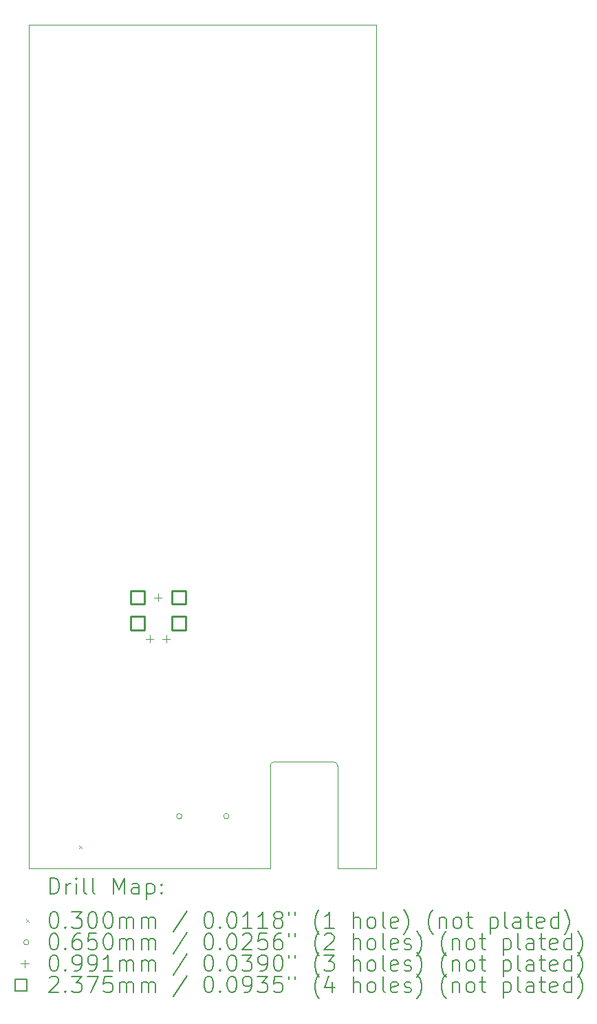
<source format=gbr>
%TF.GenerationSoftware,KiCad,Pcbnew,9.0.2-9.0.2-0~ubuntu25.04.1*%
%TF.CreationDate,2025-05-27T06:37:47+10:00*%
%TF.ProjectId,uq_phone,75715f70-686f-46e6-952e-6b696361645f,rev?*%
%TF.SameCoordinates,Original*%
%TF.FileFunction,Drillmap*%
%TF.FilePolarity,Positive*%
%FSLAX45Y45*%
G04 Gerber Fmt 4.5, Leading zero omitted, Abs format (unit mm)*
G04 Created by KiCad (PCBNEW 9.0.2-9.0.2-0~ubuntu25.04.1) date 2025-05-27 06:37:47*
%MOMM*%
%LPD*%
G01*
G04 APERTURE LIST*
%ADD10C,0.050000*%
%ADD11C,0.200000*%
%ADD12C,0.100000*%
%ADD13C,0.237490*%
G04 APERTURE END LIST*
D10*
X7012500Y-17200000D02*
X7012500Y-6825000D01*
X2737500Y-6825000D02*
X2737500Y-17200000D01*
X7012500Y-17200000D02*
X6735000Y-17200000D01*
X7012500Y-6825000D02*
X2737500Y-6825000D01*
X5520000Y-17200000D02*
X2737500Y-17200000D01*
X5705000Y-17200000D02*
X5520000Y-17200000D01*
X5705000Y-17200000D02*
X5705000Y-15940000D01*
X5755000Y-15890000D02*
X6485000Y-15890000D01*
X6535000Y-17200000D02*
X6535000Y-15940000D01*
X6735000Y-17200000D02*
X6535000Y-17200000D01*
X5705000Y-15940000D02*
G75*
G02*
X5755000Y-15890000I50000J0D01*
G01*
X6485000Y-15890000D02*
G75*
G02*
X6535000Y-15940000I0J-50000D01*
G01*
D11*
D12*
X3352500Y-16920000D02*
X3382500Y-16950000D01*
X3382500Y-16920000D02*
X3352500Y-16950000D01*
X4618500Y-16557000D02*
G75*
G02*
X4553500Y-16557000I-32500J0D01*
G01*
X4553500Y-16557000D02*
G75*
G02*
X4618500Y-16557000I32500J0D01*
G01*
X5196500Y-16557000D02*
G75*
G02*
X5131500Y-16557000I-32500J0D01*
G01*
X5131500Y-16557000D02*
G75*
G02*
X5196500Y-16557000I32500J0D01*
G01*
X4221800Y-14325470D02*
X4221800Y-14424530D01*
X4172270Y-14375000D02*
X4271330Y-14375000D01*
X4323400Y-13817470D02*
X4323400Y-13916530D01*
X4273870Y-13867000D02*
X4372930Y-13867000D01*
X4425000Y-14325470D02*
X4425000Y-14424530D01*
X4375470Y-14375000D02*
X4474530Y-14375000D01*
D13*
X4153366Y-13950966D02*
X4153366Y-13783034D01*
X3985434Y-13783034D01*
X3985434Y-13950966D01*
X4153366Y-13950966D01*
X4153366Y-14268466D02*
X4153366Y-14100534D01*
X3985434Y-14100534D01*
X3985434Y-14268466D01*
X4153366Y-14268466D01*
X4661366Y-13950966D02*
X4661366Y-13783034D01*
X4493434Y-13783034D01*
X4493434Y-13950966D01*
X4661366Y-13950966D01*
X4661366Y-14268466D02*
X4661366Y-14100534D01*
X4493434Y-14100534D01*
X4493434Y-14268466D01*
X4661366Y-14268466D01*
D11*
X2995777Y-17513984D02*
X2995777Y-17313984D01*
X2995777Y-17313984D02*
X3043396Y-17313984D01*
X3043396Y-17313984D02*
X3071967Y-17323508D01*
X3071967Y-17323508D02*
X3091015Y-17342555D01*
X3091015Y-17342555D02*
X3100539Y-17361603D01*
X3100539Y-17361603D02*
X3110062Y-17399698D01*
X3110062Y-17399698D02*
X3110062Y-17428270D01*
X3110062Y-17428270D02*
X3100539Y-17466365D01*
X3100539Y-17466365D02*
X3091015Y-17485412D01*
X3091015Y-17485412D02*
X3071967Y-17504460D01*
X3071967Y-17504460D02*
X3043396Y-17513984D01*
X3043396Y-17513984D02*
X2995777Y-17513984D01*
X3195777Y-17513984D02*
X3195777Y-17380650D01*
X3195777Y-17418746D02*
X3205301Y-17399698D01*
X3205301Y-17399698D02*
X3214824Y-17390174D01*
X3214824Y-17390174D02*
X3233872Y-17380650D01*
X3233872Y-17380650D02*
X3252920Y-17380650D01*
X3319586Y-17513984D02*
X3319586Y-17380650D01*
X3319586Y-17313984D02*
X3310062Y-17323508D01*
X3310062Y-17323508D02*
X3319586Y-17333031D01*
X3319586Y-17333031D02*
X3329110Y-17323508D01*
X3329110Y-17323508D02*
X3319586Y-17313984D01*
X3319586Y-17313984D02*
X3319586Y-17333031D01*
X3443396Y-17513984D02*
X3424348Y-17504460D01*
X3424348Y-17504460D02*
X3414824Y-17485412D01*
X3414824Y-17485412D02*
X3414824Y-17313984D01*
X3548158Y-17513984D02*
X3529110Y-17504460D01*
X3529110Y-17504460D02*
X3519586Y-17485412D01*
X3519586Y-17485412D02*
X3519586Y-17313984D01*
X3776729Y-17513984D02*
X3776729Y-17313984D01*
X3776729Y-17313984D02*
X3843396Y-17456841D01*
X3843396Y-17456841D02*
X3910062Y-17313984D01*
X3910062Y-17313984D02*
X3910062Y-17513984D01*
X4091015Y-17513984D02*
X4091015Y-17409222D01*
X4091015Y-17409222D02*
X4081491Y-17390174D01*
X4081491Y-17390174D02*
X4062443Y-17380650D01*
X4062443Y-17380650D02*
X4024348Y-17380650D01*
X4024348Y-17380650D02*
X4005301Y-17390174D01*
X4091015Y-17504460D02*
X4071967Y-17513984D01*
X4071967Y-17513984D02*
X4024348Y-17513984D01*
X4024348Y-17513984D02*
X4005301Y-17504460D01*
X4005301Y-17504460D02*
X3995777Y-17485412D01*
X3995777Y-17485412D02*
X3995777Y-17466365D01*
X3995777Y-17466365D02*
X4005301Y-17447317D01*
X4005301Y-17447317D02*
X4024348Y-17437793D01*
X4024348Y-17437793D02*
X4071967Y-17437793D01*
X4071967Y-17437793D02*
X4091015Y-17428270D01*
X4186253Y-17380650D02*
X4186253Y-17580650D01*
X4186253Y-17390174D02*
X4205301Y-17380650D01*
X4205301Y-17380650D02*
X4243396Y-17380650D01*
X4243396Y-17380650D02*
X4262444Y-17390174D01*
X4262444Y-17390174D02*
X4271967Y-17399698D01*
X4271967Y-17399698D02*
X4281491Y-17418746D01*
X4281491Y-17418746D02*
X4281491Y-17475889D01*
X4281491Y-17475889D02*
X4271967Y-17494936D01*
X4271967Y-17494936D02*
X4262444Y-17504460D01*
X4262444Y-17504460D02*
X4243396Y-17513984D01*
X4243396Y-17513984D02*
X4205301Y-17513984D01*
X4205301Y-17513984D02*
X4186253Y-17504460D01*
X4367205Y-17494936D02*
X4376729Y-17504460D01*
X4376729Y-17504460D02*
X4367205Y-17513984D01*
X4367205Y-17513984D02*
X4357682Y-17504460D01*
X4357682Y-17504460D02*
X4367205Y-17494936D01*
X4367205Y-17494936D02*
X4367205Y-17513984D01*
X4367205Y-17390174D02*
X4376729Y-17399698D01*
X4376729Y-17399698D02*
X4367205Y-17409222D01*
X4367205Y-17409222D02*
X4357682Y-17399698D01*
X4357682Y-17399698D02*
X4367205Y-17390174D01*
X4367205Y-17390174D02*
X4367205Y-17409222D01*
D12*
X2705000Y-17827500D02*
X2735000Y-17857500D01*
X2735000Y-17827500D02*
X2705000Y-17857500D01*
D11*
X3033872Y-17733984D02*
X3052920Y-17733984D01*
X3052920Y-17733984D02*
X3071967Y-17743508D01*
X3071967Y-17743508D02*
X3081491Y-17753031D01*
X3081491Y-17753031D02*
X3091015Y-17772079D01*
X3091015Y-17772079D02*
X3100539Y-17810174D01*
X3100539Y-17810174D02*
X3100539Y-17857793D01*
X3100539Y-17857793D02*
X3091015Y-17895889D01*
X3091015Y-17895889D02*
X3081491Y-17914936D01*
X3081491Y-17914936D02*
X3071967Y-17924460D01*
X3071967Y-17924460D02*
X3052920Y-17933984D01*
X3052920Y-17933984D02*
X3033872Y-17933984D01*
X3033872Y-17933984D02*
X3014824Y-17924460D01*
X3014824Y-17924460D02*
X3005301Y-17914936D01*
X3005301Y-17914936D02*
X2995777Y-17895889D01*
X2995777Y-17895889D02*
X2986253Y-17857793D01*
X2986253Y-17857793D02*
X2986253Y-17810174D01*
X2986253Y-17810174D02*
X2995777Y-17772079D01*
X2995777Y-17772079D02*
X3005301Y-17753031D01*
X3005301Y-17753031D02*
X3014824Y-17743508D01*
X3014824Y-17743508D02*
X3033872Y-17733984D01*
X3186253Y-17914936D02*
X3195777Y-17924460D01*
X3195777Y-17924460D02*
X3186253Y-17933984D01*
X3186253Y-17933984D02*
X3176729Y-17924460D01*
X3176729Y-17924460D02*
X3186253Y-17914936D01*
X3186253Y-17914936D02*
X3186253Y-17933984D01*
X3262443Y-17733984D02*
X3386253Y-17733984D01*
X3386253Y-17733984D02*
X3319586Y-17810174D01*
X3319586Y-17810174D02*
X3348158Y-17810174D01*
X3348158Y-17810174D02*
X3367205Y-17819698D01*
X3367205Y-17819698D02*
X3376729Y-17829222D01*
X3376729Y-17829222D02*
X3386253Y-17848270D01*
X3386253Y-17848270D02*
X3386253Y-17895889D01*
X3386253Y-17895889D02*
X3376729Y-17914936D01*
X3376729Y-17914936D02*
X3367205Y-17924460D01*
X3367205Y-17924460D02*
X3348158Y-17933984D01*
X3348158Y-17933984D02*
X3291015Y-17933984D01*
X3291015Y-17933984D02*
X3271967Y-17924460D01*
X3271967Y-17924460D02*
X3262443Y-17914936D01*
X3510062Y-17733984D02*
X3529110Y-17733984D01*
X3529110Y-17733984D02*
X3548158Y-17743508D01*
X3548158Y-17743508D02*
X3557682Y-17753031D01*
X3557682Y-17753031D02*
X3567205Y-17772079D01*
X3567205Y-17772079D02*
X3576729Y-17810174D01*
X3576729Y-17810174D02*
X3576729Y-17857793D01*
X3576729Y-17857793D02*
X3567205Y-17895889D01*
X3567205Y-17895889D02*
X3557682Y-17914936D01*
X3557682Y-17914936D02*
X3548158Y-17924460D01*
X3548158Y-17924460D02*
X3529110Y-17933984D01*
X3529110Y-17933984D02*
X3510062Y-17933984D01*
X3510062Y-17933984D02*
X3491015Y-17924460D01*
X3491015Y-17924460D02*
X3481491Y-17914936D01*
X3481491Y-17914936D02*
X3471967Y-17895889D01*
X3471967Y-17895889D02*
X3462443Y-17857793D01*
X3462443Y-17857793D02*
X3462443Y-17810174D01*
X3462443Y-17810174D02*
X3471967Y-17772079D01*
X3471967Y-17772079D02*
X3481491Y-17753031D01*
X3481491Y-17753031D02*
X3491015Y-17743508D01*
X3491015Y-17743508D02*
X3510062Y-17733984D01*
X3700539Y-17733984D02*
X3719586Y-17733984D01*
X3719586Y-17733984D02*
X3738634Y-17743508D01*
X3738634Y-17743508D02*
X3748158Y-17753031D01*
X3748158Y-17753031D02*
X3757682Y-17772079D01*
X3757682Y-17772079D02*
X3767205Y-17810174D01*
X3767205Y-17810174D02*
X3767205Y-17857793D01*
X3767205Y-17857793D02*
X3757682Y-17895889D01*
X3757682Y-17895889D02*
X3748158Y-17914936D01*
X3748158Y-17914936D02*
X3738634Y-17924460D01*
X3738634Y-17924460D02*
X3719586Y-17933984D01*
X3719586Y-17933984D02*
X3700539Y-17933984D01*
X3700539Y-17933984D02*
X3681491Y-17924460D01*
X3681491Y-17924460D02*
X3671967Y-17914936D01*
X3671967Y-17914936D02*
X3662443Y-17895889D01*
X3662443Y-17895889D02*
X3652920Y-17857793D01*
X3652920Y-17857793D02*
X3652920Y-17810174D01*
X3652920Y-17810174D02*
X3662443Y-17772079D01*
X3662443Y-17772079D02*
X3671967Y-17753031D01*
X3671967Y-17753031D02*
X3681491Y-17743508D01*
X3681491Y-17743508D02*
X3700539Y-17733984D01*
X3852920Y-17933984D02*
X3852920Y-17800650D01*
X3852920Y-17819698D02*
X3862443Y-17810174D01*
X3862443Y-17810174D02*
X3881491Y-17800650D01*
X3881491Y-17800650D02*
X3910063Y-17800650D01*
X3910063Y-17800650D02*
X3929110Y-17810174D01*
X3929110Y-17810174D02*
X3938634Y-17829222D01*
X3938634Y-17829222D02*
X3938634Y-17933984D01*
X3938634Y-17829222D02*
X3948158Y-17810174D01*
X3948158Y-17810174D02*
X3967205Y-17800650D01*
X3967205Y-17800650D02*
X3995777Y-17800650D01*
X3995777Y-17800650D02*
X4014824Y-17810174D01*
X4014824Y-17810174D02*
X4024348Y-17829222D01*
X4024348Y-17829222D02*
X4024348Y-17933984D01*
X4119586Y-17933984D02*
X4119586Y-17800650D01*
X4119586Y-17819698D02*
X4129110Y-17810174D01*
X4129110Y-17810174D02*
X4148158Y-17800650D01*
X4148158Y-17800650D02*
X4176729Y-17800650D01*
X4176729Y-17800650D02*
X4195777Y-17810174D01*
X4195777Y-17810174D02*
X4205301Y-17829222D01*
X4205301Y-17829222D02*
X4205301Y-17933984D01*
X4205301Y-17829222D02*
X4214825Y-17810174D01*
X4214825Y-17810174D02*
X4233872Y-17800650D01*
X4233872Y-17800650D02*
X4262444Y-17800650D01*
X4262444Y-17800650D02*
X4281491Y-17810174D01*
X4281491Y-17810174D02*
X4291015Y-17829222D01*
X4291015Y-17829222D02*
X4291015Y-17933984D01*
X4681491Y-17724460D02*
X4510063Y-17981603D01*
X4938634Y-17733984D02*
X4957682Y-17733984D01*
X4957682Y-17733984D02*
X4976729Y-17743508D01*
X4976729Y-17743508D02*
X4986253Y-17753031D01*
X4986253Y-17753031D02*
X4995777Y-17772079D01*
X4995777Y-17772079D02*
X5005301Y-17810174D01*
X5005301Y-17810174D02*
X5005301Y-17857793D01*
X5005301Y-17857793D02*
X4995777Y-17895889D01*
X4995777Y-17895889D02*
X4986253Y-17914936D01*
X4986253Y-17914936D02*
X4976729Y-17924460D01*
X4976729Y-17924460D02*
X4957682Y-17933984D01*
X4957682Y-17933984D02*
X4938634Y-17933984D01*
X4938634Y-17933984D02*
X4919587Y-17924460D01*
X4919587Y-17924460D02*
X4910063Y-17914936D01*
X4910063Y-17914936D02*
X4900539Y-17895889D01*
X4900539Y-17895889D02*
X4891015Y-17857793D01*
X4891015Y-17857793D02*
X4891015Y-17810174D01*
X4891015Y-17810174D02*
X4900539Y-17772079D01*
X4900539Y-17772079D02*
X4910063Y-17753031D01*
X4910063Y-17753031D02*
X4919587Y-17743508D01*
X4919587Y-17743508D02*
X4938634Y-17733984D01*
X5091015Y-17914936D02*
X5100539Y-17924460D01*
X5100539Y-17924460D02*
X5091015Y-17933984D01*
X5091015Y-17933984D02*
X5081491Y-17924460D01*
X5081491Y-17924460D02*
X5091015Y-17914936D01*
X5091015Y-17914936D02*
X5091015Y-17933984D01*
X5224348Y-17733984D02*
X5243396Y-17733984D01*
X5243396Y-17733984D02*
X5262444Y-17743508D01*
X5262444Y-17743508D02*
X5271968Y-17753031D01*
X5271968Y-17753031D02*
X5281491Y-17772079D01*
X5281491Y-17772079D02*
X5291015Y-17810174D01*
X5291015Y-17810174D02*
X5291015Y-17857793D01*
X5291015Y-17857793D02*
X5281491Y-17895889D01*
X5281491Y-17895889D02*
X5271968Y-17914936D01*
X5271968Y-17914936D02*
X5262444Y-17924460D01*
X5262444Y-17924460D02*
X5243396Y-17933984D01*
X5243396Y-17933984D02*
X5224348Y-17933984D01*
X5224348Y-17933984D02*
X5205301Y-17924460D01*
X5205301Y-17924460D02*
X5195777Y-17914936D01*
X5195777Y-17914936D02*
X5186253Y-17895889D01*
X5186253Y-17895889D02*
X5176729Y-17857793D01*
X5176729Y-17857793D02*
X5176729Y-17810174D01*
X5176729Y-17810174D02*
X5186253Y-17772079D01*
X5186253Y-17772079D02*
X5195777Y-17753031D01*
X5195777Y-17753031D02*
X5205301Y-17743508D01*
X5205301Y-17743508D02*
X5224348Y-17733984D01*
X5481491Y-17933984D02*
X5367206Y-17933984D01*
X5424348Y-17933984D02*
X5424348Y-17733984D01*
X5424348Y-17733984D02*
X5405301Y-17762555D01*
X5405301Y-17762555D02*
X5386253Y-17781603D01*
X5386253Y-17781603D02*
X5367206Y-17791127D01*
X5671967Y-17933984D02*
X5557682Y-17933984D01*
X5614825Y-17933984D02*
X5614825Y-17733984D01*
X5614825Y-17733984D02*
X5595777Y-17762555D01*
X5595777Y-17762555D02*
X5576729Y-17781603D01*
X5576729Y-17781603D02*
X5557682Y-17791127D01*
X5786253Y-17819698D02*
X5767206Y-17810174D01*
X5767206Y-17810174D02*
X5757682Y-17800650D01*
X5757682Y-17800650D02*
X5748158Y-17781603D01*
X5748158Y-17781603D02*
X5748158Y-17772079D01*
X5748158Y-17772079D02*
X5757682Y-17753031D01*
X5757682Y-17753031D02*
X5767206Y-17743508D01*
X5767206Y-17743508D02*
X5786253Y-17733984D01*
X5786253Y-17733984D02*
X5824348Y-17733984D01*
X5824348Y-17733984D02*
X5843396Y-17743508D01*
X5843396Y-17743508D02*
X5852920Y-17753031D01*
X5852920Y-17753031D02*
X5862444Y-17772079D01*
X5862444Y-17772079D02*
X5862444Y-17781603D01*
X5862444Y-17781603D02*
X5852920Y-17800650D01*
X5852920Y-17800650D02*
X5843396Y-17810174D01*
X5843396Y-17810174D02*
X5824348Y-17819698D01*
X5824348Y-17819698D02*
X5786253Y-17819698D01*
X5786253Y-17819698D02*
X5767206Y-17829222D01*
X5767206Y-17829222D02*
X5757682Y-17838746D01*
X5757682Y-17838746D02*
X5748158Y-17857793D01*
X5748158Y-17857793D02*
X5748158Y-17895889D01*
X5748158Y-17895889D02*
X5757682Y-17914936D01*
X5757682Y-17914936D02*
X5767206Y-17924460D01*
X5767206Y-17924460D02*
X5786253Y-17933984D01*
X5786253Y-17933984D02*
X5824348Y-17933984D01*
X5824348Y-17933984D02*
X5843396Y-17924460D01*
X5843396Y-17924460D02*
X5852920Y-17914936D01*
X5852920Y-17914936D02*
X5862444Y-17895889D01*
X5862444Y-17895889D02*
X5862444Y-17857793D01*
X5862444Y-17857793D02*
X5852920Y-17838746D01*
X5852920Y-17838746D02*
X5843396Y-17829222D01*
X5843396Y-17829222D02*
X5824348Y-17819698D01*
X5938634Y-17733984D02*
X5938634Y-17772079D01*
X6014825Y-17733984D02*
X6014825Y-17772079D01*
X6310063Y-18010174D02*
X6300539Y-18000650D01*
X6300539Y-18000650D02*
X6281491Y-17972079D01*
X6281491Y-17972079D02*
X6271968Y-17953031D01*
X6271968Y-17953031D02*
X6262444Y-17924460D01*
X6262444Y-17924460D02*
X6252920Y-17876841D01*
X6252920Y-17876841D02*
X6252920Y-17838746D01*
X6252920Y-17838746D02*
X6262444Y-17791127D01*
X6262444Y-17791127D02*
X6271968Y-17762555D01*
X6271968Y-17762555D02*
X6281491Y-17743508D01*
X6281491Y-17743508D02*
X6300539Y-17714936D01*
X6300539Y-17714936D02*
X6310063Y-17705412D01*
X6491015Y-17933984D02*
X6376729Y-17933984D01*
X6433872Y-17933984D02*
X6433872Y-17733984D01*
X6433872Y-17733984D02*
X6414825Y-17762555D01*
X6414825Y-17762555D02*
X6395777Y-17781603D01*
X6395777Y-17781603D02*
X6376729Y-17791127D01*
X6729110Y-17933984D02*
X6729110Y-17733984D01*
X6814825Y-17933984D02*
X6814825Y-17829222D01*
X6814825Y-17829222D02*
X6805301Y-17810174D01*
X6805301Y-17810174D02*
X6786253Y-17800650D01*
X6786253Y-17800650D02*
X6757682Y-17800650D01*
X6757682Y-17800650D02*
X6738634Y-17810174D01*
X6738634Y-17810174D02*
X6729110Y-17819698D01*
X6938634Y-17933984D02*
X6919587Y-17924460D01*
X6919587Y-17924460D02*
X6910063Y-17914936D01*
X6910063Y-17914936D02*
X6900539Y-17895889D01*
X6900539Y-17895889D02*
X6900539Y-17838746D01*
X6900539Y-17838746D02*
X6910063Y-17819698D01*
X6910063Y-17819698D02*
X6919587Y-17810174D01*
X6919587Y-17810174D02*
X6938634Y-17800650D01*
X6938634Y-17800650D02*
X6967206Y-17800650D01*
X6967206Y-17800650D02*
X6986253Y-17810174D01*
X6986253Y-17810174D02*
X6995777Y-17819698D01*
X6995777Y-17819698D02*
X7005301Y-17838746D01*
X7005301Y-17838746D02*
X7005301Y-17895889D01*
X7005301Y-17895889D02*
X6995777Y-17914936D01*
X6995777Y-17914936D02*
X6986253Y-17924460D01*
X6986253Y-17924460D02*
X6967206Y-17933984D01*
X6967206Y-17933984D02*
X6938634Y-17933984D01*
X7119587Y-17933984D02*
X7100539Y-17924460D01*
X7100539Y-17924460D02*
X7091015Y-17905412D01*
X7091015Y-17905412D02*
X7091015Y-17733984D01*
X7271968Y-17924460D02*
X7252920Y-17933984D01*
X7252920Y-17933984D02*
X7214825Y-17933984D01*
X7214825Y-17933984D02*
X7195777Y-17924460D01*
X7195777Y-17924460D02*
X7186253Y-17905412D01*
X7186253Y-17905412D02*
X7186253Y-17829222D01*
X7186253Y-17829222D02*
X7195777Y-17810174D01*
X7195777Y-17810174D02*
X7214825Y-17800650D01*
X7214825Y-17800650D02*
X7252920Y-17800650D01*
X7252920Y-17800650D02*
X7271968Y-17810174D01*
X7271968Y-17810174D02*
X7281491Y-17829222D01*
X7281491Y-17829222D02*
X7281491Y-17848270D01*
X7281491Y-17848270D02*
X7186253Y-17867317D01*
X7348158Y-18010174D02*
X7357682Y-18000650D01*
X7357682Y-18000650D02*
X7376730Y-17972079D01*
X7376730Y-17972079D02*
X7386253Y-17953031D01*
X7386253Y-17953031D02*
X7395777Y-17924460D01*
X7395777Y-17924460D02*
X7405301Y-17876841D01*
X7405301Y-17876841D02*
X7405301Y-17838746D01*
X7405301Y-17838746D02*
X7395777Y-17791127D01*
X7395777Y-17791127D02*
X7386253Y-17762555D01*
X7386253Y-17762555D02*
X7376730Y-17743508D01*
X7376730Y-17743508D02*
X7357682Y-17714936D01*
X7357682Y-17714936D02*
X7348158Y-17705412D01*
X7710063Y-18010174D02*
X7700539Y-18000650D01*
X7700539Y-18000650D02*
X7681491Y-17972079D01*
X7681491Y-17972079D02*
X7671968Y-17953031D01*
X7671968Y-17953031D02*
X7662444Y-17924460D01*
X7662444Y-17924460D02*
X7652920Y-17876841D01*
X7652920Y-17876841D02*
X7652920Y-17838746D01*
X7652920Y-17838746D02*
X7662444Y-17791127D01*
X7662444Y-17791127D02*
X7671968Y-17762555D01*
X7671968Y-17762555D02*
X7681491Y-17743508D01*
X7681491Y-17743508D02*
X7700539Y-17714936D01*
X7700539Y-17714936D02*
X7710063Y-17705412D01*
X7786253Y-17800650D02*
X7786253Y-17933984D01*
X7786253Y-17819698D02*
X7795777Y-17810174D01*
X7795777Y-17810174D02*
X7814825Y-17800650D01*
X7814825Y-17800650D02*
X7843396Y-17800650D01*
X7843396Y-17800650D02*
X7862444Y-17810174D01*
X7862444Y-17810174D02*
X7871968Y-17829222D01*
X7871968Y-17829222D02*
X7871968Y-17933984D01*
X7995777Y-17933984D02*
X7976730Y-17924460D01*
X7976730Y-17924460D02*
X7967206Y-17914936D01*
X7967206Y-17914936D02*
X7957682Y-17895889D01*
X7957682Y-17895889D02*
X7957682Y-17838746D01*
X7957682Y-17838746D02*
X7967206Y-17819698D01*
X7967206Y-17819698D02*
X7976730Y-17810174D01*
X7976730Y-17810174D02*
X7995777Y-17800650D01*
X7995777Y-17800650D02*
X8024349Y-17800650D01*
X8024349Y-17800650D02*
X8043396Y-17810174D01*
X8043396Y-17810174D02*
X8052920Y-17819698D01*
X8052920Y-17819698D02*
X8062444Y-17838746D01*
X8062444Y-17838746D02*
X8062444Y-17895889D01*
X8062444Y-17895889D02*
X8052920Y-17914936D01*
X8052920Y-17914936D02*
X8043396Y-17924460D01*
X8043396Y-17924460D02*
X8024349Y-17933984D01*
X8024349Y-17933984D02*
X7995777Y-17933984D01*
X8119587Y-17800650D02*
X8195777Y-17800650D01*
X8148158Y-17733984D02*
X8148158Y-17905412D01*
X8148158Y-17905412D02*
X8157682Y-17924460D01*
X8157682Y-17924460D02*
X8176730Y-17933984D01*
X8176730Y-17933984D02*
X8195777Y-17933984D01*
X8414825Y-17800650D02*
X8414825Y-18000650D01*
X8414825Y-17810174D02*
X8433873Y-17800650D01*
X8433873Y-17800650D02*
X8471968Y-17800650D01*
X8471968Y-17800650D02*
X8491015Y-17810174D01*
X8491015Y-17810174D02*
X8500539Y-17819698D01*
X8500539Y-17819698D02*
X8510063Y-17838746D01*
X8510063Y-17838746D02*
X8510063Y-17895889D01*
X8510063Y-17895889D02*
X8500539Y-17914936D01*
X8500539Y-17914936D02*
X8491015Y-17924460D01*
X8491015Y-17924460D02*
X8471968Y-17933984D01*
X8471968Y-17933984D02*
X8433873Y-17933984D01*
X8433873Y-17933984D02*
X8414825Y-17924460D01*
X8624349Y-17933984D02*
X8605301Y-17924460D01*
X8605301Y-17924460D02*
X8595777Y-17905412D01*
X8595777Y-17905412D02*
X8595777Y-17733984D01*
X8786254Y-17933984D02*
X8786254Y-17829222D01*
X8786254Y-17829222D02*
X8776730Y-17810174D01*
X8776730Y-17810174D02*
X8757682Y-17800650D01*
X8757682Y-17800650D02*
X8719587Y-17800650D01*
X8719587Y-17800650D02*
X8700539Y-17810174D01*
X8786254Y-17924460D02*
X8767206Y-17933984D01*
X8767206Y-17933984D02*
X8719587Y-17933984D01*
X8719587Y-17933984D02*
X8700539Y-17924460D01*
X8700539Y-17924460D02*
X8691015Y-17905412D01*
X8691015Y-17905412D02*
X8691015Y-17886365D01*
X8691015Y-17886365D02*
X8700539Y-17867317D01*
X8700539Y-17867317D02*
X8719587Y-17857793D01*
X8719587Y-17857793D02*
X8767206Y-17857793D01*
X8767206Y-17857793D02*
X8786254Y-17848270D01*
X8852920Y-17800650D02*
X8929111Y-17800650D01*
X8881492Y-17733984D02*
X8881492Y-17905412D01*
X8881492Y-17905412D02*
X8891015Y-17924460D01*
X8891015Y-17924460D02*
X8910063Y-17933984D01*
X8910063Y-17933984D02*
X8929111Y-17933984D01*
X9071968Y-17924460D02*
X9052920Y-17933984D01*
X9052920Y-17933984D02*
X9014825Y-17933984D01*
X9014825Y-17933984D02*
X8995777Y-17924460D01*
X8995777Y-17924460D02*
X8986254Y-17905412D01*
X8986254Y-17905412D02*
X8986254Y-17829222D01*
X8986254Y-17829222D02*
X8995777Y-17810174D01*
X8995777Y-17810174D02*
X9014825Y-17800650D01*
X9014825Y-17800650D02*
X9052920Y-17800650D01*
X9052920Y-17800650D02*
X9071968Y-17810174D01*
X9071968Y-17810174D02*
X9081492Y-17829222D01*
X9081492Y-17829222D02*
X9081492Y-17848270D01*
X9081492Y-17848270D02*
X8986254Y-17867317D01*
X9252920Y-17933984D02*
X9252920Y-17733984D01*
X9252920Y-17924460D02*
X9233873Y-17933984D01*
X9233873Y-17933984D02*
X9195777Y-17933984D01*
X9195777Y-17933984D02*
X9176730Y-17924460D01*
X9176730Y-17924460D02*
X9167206Y-17914936D01*
X9167206Y-17914936D02*
X9157682Y-17895889D01*
X9157682Y-17895889D02*
X9157682Y-17838746D01*
X9157682Y-17838746D02*
X9167206Y-17819698D01*
X9167206Y-17819698D02*
X9176730Y-17810174D01*
X9176730Y-17810174D02*
X9195777Y-17800650D01*
X9195777Y-17800650D02*
X9233873Y-17800650D01*
X9233873Y-17800650D02*
X9252920Y-17810174D01*
X9329111Y-18010174D02*
X9338635Y-18000650D01*
X9338635Y-18000650D02*
X9357682Y-17972079D01*
X9357682Y-17972079D02*
X9367206Y-17953031D01*
X9367206Y-17953031D02*
X9376730Y-17924460D01*
X9376730Y-17924460D02*
X9386254Y-17876841D01*
X9386254Y-17876841D02*
X9386254Y-17838746D01*
X9386254Y-17838746D02*
X9376730Y-17791127D01*
X9376730Y-17791127D02*
X9367206Y-17762555D01*
X9367206Y-17762555D02*
X9357682Y-17743508D01*
X9357682Y-17743508D02*
X9338635Y-17714936D01*
X9338635Y-17714936D02*
X9329111Y-17705412D01*
D12*
X2735000Y-18106500D02*
G75*
G02*
X2670000Y-18106500I-32500J0D01*
G01*
X2670000Y-18106500D02*
G75*
G02*
X2735000Y-18106500I32500J0D01*
G01*
D11*
X3033872Y-17997984D02*
X3052920Y-17997984D01*
X3052920Y-17997984D02*
X3071967Y-18007508D01*
X3071967Y-18007508D02*
X3081491Y-18017031D01*
X3081491Y-18017031D02*
X3091015Y-18036079D01*
X3091015Y-18036079D02*
X3100539Y-18074174D01*
X3100539Y-18074174D02*
X3100539Y-18121793D01*
X3100539Y-18121793D02*
X3091015Y-18159889D01*
X3091015Y-18159889D02*
X3081491Y-18178936D01*
X3081491Y-18178936D02*
X3071967Y-18188460D01*
X3071967Y-18188460D02*
X3052920Y-18197984D01*
X3052920Y-18197984D02*
X3033872Y-18197984D01*
X3033872Y-18197984D02*
X3014824Y-18188460D01*
X3014824Y-18188460D02*
X3005301Y-18178936D01*
X3005301Y-18178936D02*
X2995777Y-18159889D01*
X2995777Y-18159889D02*
X2986253Y-18121793D01*
X2986253Y-18121793D02*
X2986253Y-18074174D01*
X2986253Y-18074174D02*
X2995777Y-18036079D01*
X2995777Y-18036079D02*
X3005301Y-18017031D01*
X3005301Y-18017031D02*
X3014824Y-18007508D01*
X3014824Y-18007508D02*
X3033872Y-17997984D01*
X3186253Y-18178936D02*
X3195777Y-18188460D01*
X3195777Y-18188460D02*
X3186253Y-18197984D01*
X3186253Y-18197984D02*
X3176729Y-18188460D01*
X3176729Y-18188460D02*
X3186253Y-18178936D01*
X3186253Y-18178936D02*
X3186253Y-18197984D01*
X3367205Y-17997984D02*
X3329110Y-17997984D01*
X3329110Y-17997984D02*
X3310062Y-18007508D01*
X3310062Y-18007508D02*
X3300539Y-18017031D01*
X3300539Y-18017031D02*
X3281491Y-18045603D01*
X3281491Y-18045603D02*
X3271967Y-18083698D01*
X3271967Y-18083698D02*
X3271967Y-18159889D01*
X3271967Y-18159889D02*
X3281491Y-18178936D01*
X3281491Y-18178936D02*
X3291015Y-18188460D01*
X3291015Y-18188460D02*
X3310062Y-18197984D01*
X3310062Y-18197984D02*
X3348158Y-18197984D01*
X3348158Y-18197984D02*
X3367205Y-18188460D01*
X3367205Y-18188460D02*
X3376729Y-18178936D01*
X3376729Y-18178936D02*
X3386253Y-18159889D01*
X3386253Y-18159889D02*
X3386253Y-18112270D01*
X3386253Y-18112270D02*
X3376729Y-18093222D01*
X3376729Y-18093222D02*
X3367205Y-18083698D01*
X3367205Y-18083698D02*
X3348158Y-18074174D01*
X3348158Y-18074174D02*
X3310062Y-18074174D01*
X3310062Y-18074174D02*
X3291015Y-18083698D01*
X3291015Y-18083698D02*
X3281491Y-18093222D01*
X3281491Y-18093222D02*
X3271967Y-18112270D01*
X3567205Y-17997984D02*
X3471967Y-17997984D01*
X3471967Y-17997984D02*
X3462443Y-18093222D01*
X3462443Y-18093222D02*
X3471967Y-18083698D01*
X3471967Y-18083698D02*
X3491015Y-18074174D01*
X3491015Y-18074174D02*
X3538634Y-18074174D01*
X3538634Y-18074174D02*
X3557682Y-18083698D01*
X3557682Y-18083698D02*
X3567205Y-18093222D01*
X3567205Y-18093222D02*
X3576729Y-18112270D01*
X3576729Y-18112270D02*
X3576729Y-18159889D01*
X3576729Y-18159889D02*
X3567205Y-18178936D01*
X3567205Y-18178936D02*
X3557682Y-18188460D01*
X3557682Y-18188460D02*
X3538634Y-18197984D01*
X3538634Y-18197984D02*
X3491015Y-18197984D01*
X3491015Y-18197984D02*
X3471967Y-18188460D01*
X3471967Y-18188460D02*
X3462443Y-18178936D01*
X3700539Y-17997984D02*
X3719586Y-17997984D01*
X3719586Y-17997984D02*
X3738634Y-18007508D01*
X3738634Y-18007508D02*
X3748158Y-18017031D01*
X3748158Y-18017031D02*
X3757682Y-18036079D01*
X3757682Y-18036079D02*
X3767205Y-18074174D01*
X3767205Y-18074174D02*
X3767205Y-18121793D01*
X3767205Y-18121793D02*
X3757682Y-18159889D01*
X3757682Y-18159889D02*
X3748158Y-18178936D01*
X3748158Y-18178936D02*
X3738634Y-18188460D01*
X3738634Y-18188460D02*
X3719586Y-18197984D01*
X3719586Y-18197984D02*
X3700539Y-18197984D01*
X3700539Y-18197984D02*
X3681491Y-18188460D01*
X3681491Y-18188460D02*
X3671967Y-18178936D01*
X3671967Y-18178936D02*
X3662443Y-18159889D01*
X3662443Y-18159889D02*
X3652920Y-18121793D01*
X3652920Y-18121793D02*
X3652920Y-18074174D01*
X3652920Y-18074174D02*
X3662443Y-18036079D01*
X3662443Y-18036079D02*
X3671967Y-18017031D01*
X3671967Y-18017031D02*
X3681491Y-18007508D01*
X3681491Y-18007508D02*
X3700539Y-17997984D01*
X3852920Y-18197984D02*
X3852920Y-18064650D01*
X3852920Y-18083698D02*
X3862443Y-18074174D01*
X3862443Y-18074174D02*
X3881491Y-18064650D01*
X3881491Y-18064650D02*
X3910063Y-18064650D01*
X3910063Y-18064650D02*
X3929110Y-18074174D01*
X3929110Y-18074174D02*
X3938634Y-18093222D01*
X3938634Y-18093222D02*
X3938634Y-18197984D01*
X3938634Y-18093222D02*
X3948158Y-18074174D01*
X3948158Y-18074174D02*
X3967205Y-18064650D01*
X3967205Y-18064650D02*
X3995777Y-18064650D01*
X3995777Y-18064650D02*
X4014824Y-18074174D01*
X4014824Y-18074174D02*
X4024348Y-18093222D01*
X4024348Y-18093222D02*
X4024348Y-18197984D01*
X4119586Y-18197984D02*
X4119586Y-18064650D01*
X4119586Y-18083698D02*
X4129110Y-18074174D01*
X4129110Y-18074174D02*
X4148158Y-18064650D01*
X4148158Y-18064650D02*
X4176729Y-18064650D01*
X4176729Y-18064650D02*
X4195777Y-18074174D01*
X4195777Y-18074174D02*
X4205301Y-18093222D01*
X4205301Y-18093222D02*
X4205301Y-18197984D01*
X4205301Y-18093222D02*
X4214825Y-18074174D01*
X4214825Y-18074174D02*
X4233872Y-18064650D01*
X4233872Y-18064650D02*
X4262444Y-18064650D01*
X4262444Y-18064650D02*
X4281491Y-18074174D01*
X4281491Y-18074174D02*
X4291015Y-18093222D01*
X4291015Y-18093222D02*
X4291015Y-18197984D01*
X4681491Y-17988460D02*
X4510063Y-18245603D01*
X4938634Y-17997984D02*
X4957682Y-17997984D01*
X4957682Y-17997984D02*
X4976729Y-18007508D01*
X4976729Y-18007508D02*
X4986253Y-18017031D01*
X4986253Y-18017031D02*
X4995777Y-18036079D01*
X4995777Y-18036079D02*
X5005301Y-18074174D01*
X5005301Y-18074174D02*
X5005301Y-18121793D01*
X5005301Y-18121793D02*
X4995777Y-18159889D01*
X4995777Y-18159889D02*
X4986253Y-18178936D01*
X4986253Y-18178936D02*
X4976729Y-18188460D01*
X4976729Y-18188460D02*
X4957682Y-18197984D01*
X4957682Y-18197984D02*
X4938634Y-18197984D01*
X4938634Y-18197984D02*
X4919587Y-18188460D01*
X4919587Y-18188460D02*
X4910063Y-18178936D01*
X4910063Y-18178936D02*
X4900539Y-18159889D01*
X4900539Y-18159889D02*
X4891015Y-18121793D01*
X4891015Y-18121793D02*
X4891015Y-18074174D01*
X4891015Y-18074174D02*
X4900539Y-18036079D01*
X4900539Y-18036079D02*
X4910063Y-18017031D01*
X4910063Y-18017031D02*
X4919587Y-18007508D01*
X4919587Y-18007508D02*
X4938634Y-17997984D01*
X5091015Y-18178936D02*
X5100539Y-18188460D01*
X5100539Y-18188460D02*
X5091015Y-18197984D01*
X5091015Y-18197984D02*
X5081491Y-18188460D01*
X5081491Y-18188460D02*
X5091015Y-18178936D01*
X5091015Y-18178936D02*
X5091015Y-18197984D01*
X5224348Y-17997984D02*
X5243396Y-17997984D01*
X5243396Y-17997984D02*
X5262444Y-18007508D01*
X5262444Y-18007508D02*
X5271968Y-18017031D01*
X5271968Y-18017031D02*
X5281491Y-18036079D01*
X5281491Y-18036079D02*
X5291015Y-18074174D01*
X5291015Y-18074174D02*
X5291015Y-18121793D01*
X5291015Y-18121793D02*
X5281491Y-18159889D01*
X5281491Y-18159889D02*
X5271968Y-18178936D01*
X5271968Y-18178936D02*
X5262444Y-18188460D01*
X5262444Y-18188460D02*
X5243396Y-18197984D01*
X5243396Y-18197984D02*
X5224348Y-18197984D01*
X5224348Y-18197984D02*
X5205301Y-18188460D01*
X5205301Y-18188460D02*
X5195777Y-18178936D01*
X5195777Y-18178936D02*
X5186253Y-18159889D01*
X5186253Y-18159889D02*
X5176729Y-18121793D01*
X5176729Y-18121793D02*
X5176729Y-18074174D01*
X5176729Y-18074174D02*
X5186253Y-18036079D01*
X5186253Y-18036079D02*
X5195777Y-18017031D01*
X5195777Y-18017031D02*
X5205301Y-18007508D01*
X5205301Y-18007508D02*
X5224348Y-17997984D01*
X5367206Y-18017031D02*
X5376729Y-18007508D01*
X5376729Y-18007508D02*
X5395777Y-17997984D01*
X5395777Y-17997984D02*
X5443396Y-17997984D01*
X5443396Y-17997984D02*
X5462444Y-18007508D01*
X5462444Y-18007508D02*
X5471968Y-18017031D01*
X5471968Y-18017031D02*
X5481491Y-18036079D01*
X5481491Y-18036079D02*
X5481491Y-18055127D01*
X5481491Y-18055127D02*
X5471968Y-18083698D01*
X5471968Y-18083698D02*
X5357682Y-18197984D01*
X5357682Y-18197984D02*
X5481491Y-18197984D01*
X5662444Y-17997984D02*
X5567206Y-17997984D01*
X5567206Y-17997984D02*
X5557682Y-18093222D01*
X5557682Y-18093222D02*
X5567206Y-18083698D01*
X5567206Y-18083698D02*
X5586253Y-18074174D01*
X5586253Y-18074174D02*
X5633872Y-18074174D01*
X5633872Y-18074174D02*
X5652920Y-18083698D01*
X5652920Y-18083698D02*
X5662444Y-18093222D01*
X5662444Y-18093222D02*
X5671967Y-18112270D01*
X5671967Y-18112270D02*
X5671967Y-18159889D01*
X5671967Y-18159889D02*
X5662444Y-18178936D01*
X5662444Y-18178936D02*
X5652920Y-18188460D01*
X5652920Y-18188460D02*
X5633872Y-18197984D01*
X5633872Y-18197984D02*
X5586253Y-18197984D01*
X5586253Y-18197984D02*
X5567206Y-18188460D01*
X5567206Y-18188460D02*
X5557682Y-18178936D01*
X5843396Y-17997984D02*
X5805301Y-17997984D01*
X5805301Y-17997984D02*
X5786253Y-18007508D01*
X5786253Y-18007508D02*
X5776729Y-18017031D01*
X5776729Y-18017031D02*
X5757682Y-18045603D01*
X5757682Y-18045603D02*
X5748158Y-18083698D01*
X5748158Y-18083698D02*
X5748158Y-18159889D01*
X5748158Y-18159889D02*
X5757682Y-18178936D01*
X5757682Y-18178936D02*
X5767206Y-18188460D01*
X5767206Y-18188460D02*
X5786253Y-18197984D01*
X5786253Y-18197984D02*
X5824348Y-18197984D01*
X5824348Y-18197984D02*
X5843396Y-18188460D01*
X5843396Y-18188460D02*
X5852920Y-18178936D01*
X5852920Y-18178936D02*
X5862444Y-18159889D01*
X5862444Y-18159889D02*
X5862444Y-18112270D01*
X5862444Y-18112270D02*
X5852920Y-18093222D01*
X5852920Y-18093222D02*
X5843396Y-18083698D01*
X5843396Y-18083698D02*
X5824348Y-18074174D01*
X5824348Y-18074174D02*
X5786253Y-18074174D01*
X5786253Y-18074174D02*
X5767206Y-18083698D01*
X5767206Y-18083698D02*
X5757682Y-18093222D01*
X5757682Y-18093222D02*
X5748158Y-18112270D01*
X5938634Y-17997984D02*
X5938634Y-18036079D01*
X6014825Y-17997984D02*
X6014825Y-18036079D01*
X6310063Y-18274174D02*
X6300539Y-18264650D01*
X6300539Y-18264650D02*
X6281491Y-18236079D01*
X6281491Y-18236079D02*
X6271968Y-18217031D01*
X6271968Y-18217031D02*
X6262444Y-18188460D01*
X6262444Y-18188460D02*
X6252920Y-18140841D01*
X6252920Y-18140841D02*
X6252920Y-18102746D01*
X6252920Y-18102746D02*
X6262444Y-18055127D01*
X6262444Y-18055127D02*
X6271968Y-18026555D01*
X6271968Y-18026555D02*
X6281491Y-18007508D01*
X6281491Y-18007508D02*
X6300539Y-17978936D01*
X6300539Y-17978936D02*
X6310063Y-17969412D01*
X6376729Y-18017031D02*
X6386253Y-18007508D01*
X6386253Y-18007508D02*
X6405301Y-17997984D01*
X6405301Y-17997984D02*
X6452920Y-17997984D01*
X6452920Y-17997984D02*
X6471968Y-18007508D01*
X6471968Y-18007508D02*
X6481491Y-18017031D01*
X6481491Y-18017031D02*
X6491015Y-18036079D01*
X6491015Y-18036079D02*
X6491015Y-18055127D01*
X6491015Y-18055127D02*
X6481491Y-18083698D01*
X6481491Y-18083698D02*
X6367206Y-18197984D01*
X6367206Y-18197984D02*
X6491015Y-18197984D01*
X6729110Y-18197984D02*
X6729110Y-17997984D01*
X6814825Y-18197984D02*
X6814825Y-18093222D01*
X6814825Y-18093222D02*
X6805301Y-18074174D01*
X6805301Y-18074174D02*
X6786253Y-18064650D01*
X6786253Y-18064650D02*
X6757682Y-18064650D01*
X6757682Y-18064650D02*
X6738634Y-18074174D01*
X6738634Y-18074174D02*
X6729110Y-18083698D01*
X6938634Y-18197984D02*
X6919587Y-18188460D01*
X6919587Y-18188460D02*
X6910063Y-18178936D01*
X6910063Y-18178936D02*
X6900539Y-18159889D01*
X6900539Y-18159889D02*
X6900539Y-18102746D01*
X6900539Y-18102746D02*
X6910063Y-18083698D01*
X6910063Y-18083698D02*
X6919587Y-18074174D01*
X6919587Y-18074174D02*
X6938634Y-18064650D01*
X6938634Y-18064650D02*
X6967206Y-18064650D01*
X6967206Y-18064650D02*
X6986253Y-18074174D01*
X6986253Y-18074174D02*
X6995777Y-18083698D01*
X6995777Y-18083698D02*
X7005301Y-18102746D01*
X7005301Y-18102746D02*
X7005301Y-18159889D01*
X7005301Y-18159889D02*
X6995777Y-18178936D01*
X6995777Y-18178936D02*
X6986253Y-18188460D01*
X6986253Y-18188460D02*
X6967206Y-18197984D01*
X6967206Y-18197984D02*
X6938634Y-18197984D01*
X7119587Y-18197984D02*
X7100539Y-18188460D01*
X7100539Y-18188460D02*
X7091015Y-18169412D01*
X7091015Y-18169412D02*
X7091015Y-17997984D01*
X7271968Y-18188460D02*
X7252920Y-18197984D01*
X7252920Y-18197984D02*
X7214825Y-18197984D01*
X7214825Y-18197984D02*
X7195777Y-18188460D01*
X7195777Y-18188460D02*
X7186253Y-18169412D01*
X7186253Y-18169412D02*
X7186253Y-18093222D01*
X7186253Y-18093222D02*
X7195777Y-18074174D01*
X7195777Y-18074174D02*
X7214825Y-18064650D01*
X7214825Y-18064650D02*
X7252920Y-18064650D01*
X7252920Y-18064650D02*
X7271968Y-18074174D01*
X7271968Y-18074174D02*
X7281491Y-18093222D01*
X7281491Y-18093222D02*
X7281491Y-18112270D01*
X7281491Y-18112270D02*
X7186253Y-18131317D01*
X7357682Y-18188460D02*
X7376730Y-18197984D01*
X7376730Y-18197984D02*
X7414825Y-18197984D01*
X7414825Y-18197984D02*
X7433872Y-18188460D01*
X7433872Y-18188460D02*
X7443396Y-18169412D01*
X7443396Y-18169412D02*
X7443396Y-18159889D01*
X7443396Y-18159889D02*
X7433872Y-18140841D01*
X7433872Y-18140841D02*
X7414825Y-18131317D01*
X7414825Y-18131317D02*
X7386253Y-18131317D01*
X7386253Y-18131317D02*
X7367206Y-18121793D01*
X7367206Y-18121793D02*
X7357682Y-18102746D01*
X7357682Y-18102746D02*
X7357682Y-18093222D01*
X7357682Y-18093222D02*
X7367206Y-18074174D01*
X7367206Y-18074174D02*
X7386253Y-18064650D01*
X7386253Y-18064650D02*
X7414825Y-18064650D01*
X7414825Y-18064650D02*
X7433872Y-18074174D01*
X7510063Y-18274174D02*
X7519587Y-18264650D01*
X7519587Y-18264650D02*
X7538634Y-18236079D01*
X7538634Y-18236079D02*
X7548158Y-18217031D01*
X7548158Y-18217031D02*
X7557682Y-18188460D01*
X7557682Y-18188460D02*
X7567206Y-18140841D01*
X7567206Y-18140841D02*
X7567206Y-18102746D01*
X7567206Y-18102746D02*
X7557682Y-18055127D01*
X7557682Y-18055127D02*
X7548158Y-18026555D01*
X7548158Y-18026555D02*
X7538634Y-18007508D01*
X7538634Y-18007508D02*
X7519587Y-17978936D01*
X7519587Y-17978936D02*
X7510063Y-17969412D01*
X7871968Y-18274174D02*
X7862444Y-18264650D01*
X7862444Y-18264650D02*
X7843396Y-18236079D01*
X7843396Y-18236079D02*
X7833872Y-18217031D01*
X7833872Y-18217031D02*
X7824349Y-18188460D01*
X7824349Y-18188460D02*
X7814825Y-18140841D01*
X7814825Y-18140841D02*
X7814825Y-18102746D01*
X7814825Y-18102746D02*
X7824349Y-18055127D01*
X7824349Y-18055127D02*
X7833872Y-18026555D01*
X7833872Y-18026555D02*
X7843396Y-18007508D01*
X7843396Y-18007508D02*
X7862444Y-17978936D01*
X7862444Y-17978936D02*
X7871968Y-17969412D01*
X7948158Y-18064650D02*
X7948158Y-18197984D01*
X7948158Y-18083698D02*
X7957682Y-18074174D01*
X7957682Y-18074174D02*
X7976730Y-18064650D01*
X7976730Y-18064650D02*
X8005301Y-18064650D01*
X8005301Y-18064650D02*
X8024349Y-18074174D01*
X8024349Y-18074174D02*
X8033872Y-18093222D01*
X8033872Y-18093222D02*
X8033872Y-18197984D01*
X8157682Y-18197984D02*
X8138634Y-18188460D01*
X8138634Y-18188460D02*
X8129111Y-18178936D01*
X8129111Y-18178936D02*
X8119587Y-18159889D01*
X8119587Y-18159889D02*
X8119587Y-18102746D01*
X8119587Y-18102746D02*
X8129111Y-18083698D01*
X8129111Y-18083698D02*
X8138634Y-18074174D01*
X8138634Y-18074174D02*
X8157682Y-18064650D01*
X8157682Y-18064650D02*
X8186253Y-18064650D01*
X8186253Y-18064650D02*
X8205301Y-18074174D01*
X8205301Y-18074174D02*
X8214825Y-18083698D01*
X8214825Y-18083698D02*
X8224349Y-18102746D01*
X8224349Y-18102746D02*
X8224349Y-18159889D01*
X8224349Y-18159889D02*
X8214825Y-18178936D01*
X8214825Y-18178936D02*
X8205301Y-18188460D01*
X8205301Y-18188460D02*
X8186253Y-18197984D01*
X8186253Y-18197984D02*
X8157682Y-18197984D01*
X8281492Y-18064650D02*
X8357682Y-18064650D01*
X8310063Y-17997984D02*
X8310063Y-18169412D01*
X8310063Y-18169412D02*
X8319587Y-18188460D01*
X8319587Y-18188460D02*
X8338634Y-18197984D01*
X8338634Y-18197984D02*
X8357682Y-18197984D01*
X8576730Y-18064650D02*
X8576730Y-18264650D01*
X8576730Y-18074174D02*
X8595777Y-18064650D01*
X8595777Y-18064650D02*
X8633873Y-18064650D01*
X8633873Y-18064650D02*
X8652920Y-18074174D01*
X8652920Y-18074174D02*
X8662444Y-18083698D01*
X8662444Y-18083698D02*
X8671968Y-18102746D01*
X8671968Y-18102746D02*
X8671968Y-18159889D01*
X8671968Y-18159889D02*
X8662444Y-18178936D01*
X8662444Y-18178936D02*
X8652920Y-18188460D01*
X8652920Y-18188460D02*
X8633873Y-18197984D01*
X8633873Y-18197984D02*
X8595777Y-18197984D01*
X8595777Y-18197984D02*
X8576730Y-18188460D01*
X8786254Y-18197984D02*
X8767206Y-18188460D01*
X8767206Y-18188460D02*
X8757682Y-18169412D01*
X8757682Y-18169412D02*
X8757682Y-17997984D01*
X8948158Y-18197984D02*
X8948158Y-18093222D01*
X8948158Y-18093222D02*
X8938635Y-18074174D01*
X8938635Y-18074174D02*
X8919587Y-18064650D01*
X8919587Y-18064650D02*
X8881492Y-18064650D01*
X8881492Y-18064650D02*
X8862444Y-18074174D01*
X8948158Y-18188460D02*
X8929111Y-18197984D01*
X8929111Y-18197984D02*
X8881492Y-18197984D01*
X8881492Y-18197984D02*
X8862444Y-18188460D01*
X8862444Y-18188460D02*
X8852920Y-18169412D01*
X8852920Y-18169412D02*
X8852920Y-18150365D01*
X8852920Y-18150365D02*
X8862444Y-18131317D01*
X8862444Y-18131317D02*
X8881492Y-18121793D01*
X8881492Y-18121793D02*
X8929111Y-18121793D01*
X8929111Y-18121793D02*
X8948158Y-18112270D01*
X9014825Y-18064650D02*
X9091015Y-18064650D01*
X9043396Y-17997984D02*
X9043396Y-18169412D01*
X9043396Y-18169412D02*
X9052920Y-18188460D01*
X9052920Y-18188460D02*
X9071968Y-18197984D01*
X9071968Y-18197984D02*
X9091015Y-18197984D01*
X9233873Y-18188460D02*
X9214825Y-18197984D01*
X9214825Y-18197984D02*
X9176730Y-18197984D01*
X9176730Y-18197984D02*
X9157682Y-18188460D01*
X9157682Y-18188460D02*
X9148158Y-18169412D01*
X9148158Y-18169412D02*
X9148158Y-18093222D01*
X9148158Y-18093222D02*
X9157682Y-18074174D01*
X9157682Y-18074174D02*
X9176730Y-18064650D01*
X9176730Y-18064650D02*
X9214825Y-18064650D01*
X9214825Y-18064650D02*
X9233873Y-18074174D01*
X9233873Y-18074174D02*
X9243396Y-18093222D01*
X9243396Y-18093222D02*
X9243396Y-18112270D01*
X9243396Y-18112270D02*
X9148158Y-18131317D01*
X9414825Y-18197984D02*
X9414825Y-17997984D01*
X9414825Y-18188460D02*
X9395777Y-18197984D01*
X9395777Y-18197984D02*
X9357682Y-18197984D01*
X9357682Y-18197984D02*
X9338635Y-18188460D01*
X9338635Y-18188460D02*
X9329111Y-18178936D01*
X9329111Y-18178936D02*
X9319587Y-18159889D01*
X9319587Y-18159889D02*
X9319587Y-18102746D01*
X9319587Y-18102746D02*
X9329111Y-18083698D01*
X9329111Y-18083698D02*
X9338635Y-18074174D01*
X9338635Y-18074174D02*
X9357682Y-18064650D01*
X9357682Y-18064650D02*
X9395777Y-18064650D01*
X9395777Y-18064650D02*
X9414825Y-18074174D01*
X9491016Y-18274174D02*
X9500539Y-18264650D01*
X9500539Y-18264650D02*
X9519587Y-18236079D01*
X9519587Y-18236079D02*
X9529111Y-18217031D01*
X9529111Y-18217031D02*
X9538635Y-18188460D01*
X9538635Y-18188460D02*
X9548158Y-18140841D01*
X9548158Y-18140841D02*
X9548158Y-18102746D01*
X9548158Y-18102746D02*
X9538635Y-18055127D01*
X9538635Y-18055127D02*
X9529111Y-18026555D01*
X9529111Y-18026555D02*
X9519587Y-18007508D01*
X9519587Y-18007508D02*
X9500539Y-17978936D01*
X9500539Y-17978936D02*
X9491016Y-17969412D01*
D12*
X2685470Y-18320970D02*
X2685470Y-18420030D01*
X2635940Y-18370500D02*
X2735000Y-18370500D01*
D11*
X3033872Y-18261984D02*
X3052920Y-18261984D01*
X3052920Y-18261984D02*
X3071967Y-18271508D01*
X3071967Y-18271508D02*
X3081491Y-18281031D01*
X3081491Y-18281031D02*
X3091015Y-18300079D01*
X3091015Y-18300079D02*
X3100539Y-18338174D01*
X3100539Y-18338174D02*
X3100539Y-18385793D01*
X3100539Y-18385793D02*
X3091015Y-18423889D01*
X3091015Y-18423889D02*
X3081491Y-18442936D01*
X3081491Y-18442936D02*
X3071967Y-18452460D01*
X3071967Y-18452460D02*
X3052920Y-18461984D01*
X3052920Y-18461984D02*
X3033872Y-18461984D01*
X3033872Y-18461984D02*
X3014824Y-18452460D01*
X3014824Y-18452460D02*
X3005301Y-18442936D01*
X3005301Y-18442936D02*
X2995777Y-18423889D01*
X2995777Y-18423889D02*
X2986253Y-18385793D01*
X2986253Y-18385793D02*
X2986253Y-18338174D01*
X2986253Y-18338174D02*
X2995777Y-18300079D01*
X2995777Y-18300079D02*
X3005301Y-18281031D01*
X3005301Y-18281031D02*
X3014824Y-18271508D01*
X3014824Y-18271508D02*
X3033872Y-18261984D01*
X3186253Y-18442936D02*
X3195777Y-18452460D01*
X3195777Y-18452460D02*
X3186253Y-18461984D01*
X3186253Y-18461984D02*
X3176729Y-18452460D01*
X3176729Y-18452460D02*
X3186253Y-18442936D01*
X3186253Y-18442936D02*
X3186253Y-18461984D01*
X3291015Y-18461984D02*
X3329110Y-18461984D01*
X3329110Y-18461984D02*
X3348158Y-18452460D01*
X3348158Y-18452460D02*
X3357682Y-18442936D01*
X3357682Y-18442936D02*
X3376729Y-18414365D01*
X3376729Y-18414365D02*
X3386253Y-18376270D01*
X3386253Y-18376270D02*
X3386253Y-18300079D01*
X3386253Y-18300079D02*
X3376729Y-18281031D01*
X3376729Y-18281031D02*
X3367205Y-18271508D01*
X3367205Y-18271508D02*
X3348158Y-18261984D01*
X3348158Y-18261984D02*
X3310062Y-18261984D01*
X3310062Y-18261984D02*
X3291015Y-18271508D01*
X3291015Y-18271508D02*
X3281491Y-18281031D01*
X3281491Y-18281031D02*
X3271967Y-18300079D01*
X3271967Y-18300079D02*
X3271967Y-18347698D01*
X3271967Y-18347698D02*
X3281491Y-18366746D01*
X3281491Y-18366746D02*
X3291015Y-18376270D01*
X3291015Y-18376270D02*
X3310062Y-18385793D01*
X3310062Y-18385793D02*
X3348158Y-18385793D01*
X3348158Y-18385793D02*
X3367205Y-18376270D01*
X3367205Y-18376270D02*
X3376729Y-18366746D01*
X3376729Y-18366746D02*
X3386253Y-18347698D01*
X3481491Y-18461984D02*
X3519586Y-18461984D01*
X3519586Y-18461984D02*
X3538634Y-18452460D01*
X3538634Y-18452460D02*
X3548158Y-18442936D01*
X3548158Y-18442936D02*
X3567205Y-18414365D01*
X3567205Y-18414365D02*
X3576729Y-18376270D01*
X3576729Y-18376270D02*
X3576729Y-18300079D01*
X3576729Y-18300079D02*
X3567205Y-18281031D01*
X3567205Y-18281031D02*
X3557682Y-18271508D01*
X3557682Y-18271508D02*
X3538634Y-18261984D01*
X3538634Y-18261984D02*
X3500539Y-18261984D01*
X3500539Y-18261984D02*
X3481491Y-18271508D01*
X3481491Y-18271508D02*
X3471967Y-18281031D01*
X3471967Y-18281031D02*
X3462443Y-18300079D01*
X3462443Y-18300079D02*
X3462443Y-18347698D01*
X3462443Y-18347698D02*
X3471967Y-18366746D01*
X3471967Y-18366746D02*
X3481491Y-18376270D01*
X3481491Y-18376270D02*
X3500539Y-18385793D01*
X3500539Y-18385793D02*
X3538634Y-18385793D01*
X3538634Y-18385793D02*
X3557682Y-18376270D01*
X3557682Y-18376270D02*
X3567205Y-18366746D01*
X3567205Y-18366746D02*
X3576729Y-18347698D01*
X3767205Y-18461984D02*
X3652920Y-18461984D01*
X3710062Y-18461984D02*
X3710062Y-18261984D01*
X3710062Y-18261984D02*
X3691015Y-18290555D01*
X3691015Y-18290555D02*
X3671967Y-18309603D01*
X3671967Y-18309603D02*
X3652920Y-18319127D01*
X3852920Y-18461984D02*
X3852920Y-18328650D01*
X3852920Y-18347698D02*
X3862443Y-18338174D01*
X3862443Y-18338174D02*
X3881491Y-18328650D01*
X3881491Y-18328650D02*
X3910063Y-18328650D01*
X3910063Y-18328650D02*
X3929110Y-18338174D01*
X3929110Y-18338174D02*
X3938634Y-18357222D01*
X3938634Y-18357222D02*
X3938634Y-18461984D01*
X3938634Y-18357222D02*
X3948158Y-18338174D01*
X3948158Y-18338174D02*
X3967205Y-18328650D01*
X3967205Y-18328650D02*
X3995777Y-18328650D01*
X3995777Y-18328650D02*
X4014824Y-18338174D01*
X4014824Y-18338174D02*
X4024348Y-18357222D01*
X4024348Y-18357222D02*
X4024348Y-18461984D01*
X4119586Y-18461984D02*
X4119586Y-18328650D01*
X4119586Y-18347698D02*
X4129110Y-18338174D01*
X4129110Y-18338174D02*
X4148158Y-18328650D01*
X4148158Y-18328650D02*
X4176729Y-18328650D01*
X4176729Y-18328650D02*
X4195777Y-18338174D01*
X4195777Y-18338174D02*
X4205301Y-18357222D01*
X4205301Y-18357222D02*
X4205301Y-18461984D01*
X4205301Y-18357222D02*
X4214825Y-18338174D01*
X4214825Y-18338174D02*
X4233872Y-18328650D01*
X4233872Y-18328650D02*
X4262444Y-18328650D01*
X4262444Y-18328650D02*
X4281491Y-18338174D01*
X4281491Y-18338174D02*
X4291015Y-18357222D01*
X4291015Y-18357222D02*
X4291015Y-18461984D01*
X4681491Y-18252460D02*
X4510063Y-18509603D01*
X4938634Y-18261984D02*
X4957682Y-18261984D01*
X4957682Y-18261984D02*
X4976729Y-18271508D01*
X4976729Y-18271508D02*
X4986253Y-18281031D01*
X4986253Y-18281031D02*
X4995777Y-18300079D01*
X4995777Y-18300079D02*
X5005301Y-18338174D01*
X5005301Y-18338174D02*
X5005301Y-18385793D01*
X5005301Y-18385793D02*
X4995777Y-18423889D01*
X4995777Y-18423889D02*
X4986253Y-18442936D01*
X4986253Y-18442936D02*
X4976729Y-18452460D01*
X4976729Y-18452460D02*
X4957682Y-18461984D01*
X4957682Y-18461984D02*
X4938634Y-18461984D01*
X4938634Y-18461984D02*
X4919587Y-18452460D01*
X4919587Y-18452460D02*
X4910063Y-18442936D01*
X4910063Y-18442936D02*
X4900539Y-18423889D01*
X4900539Y-18423889D02*
X4891015Y-18385793D01*
X4891015Y-18385793D02*
X4891015Y-18338174D01*
X4891015Y-18338174D02*
X4900539Y-18300079D01*
X4900539Y-18300079D02*
X4910063Y-18281031D01*
X4910063Y-18281031D02*
X4919587Y-18271508D01*
X4919587Y-18271508D02*
X4938634Y-18261984D01*
X5091015Y-18442936D02*
X5100539Y-18452460D01*
X5100539Y-18452460D02*
X5091015Y-18461984D01*
X5091015Y-18461984D02*
X5081491Y-18452460D01*
X5081491Y-18452460D02*
X5091015Y-18442936D01*
X5091015Y-18442936D02*
X5091015Y-18461984D01*
X5224348Y-18261984D02*
X5243396Y-18261984D01*
X5243396Y-18261984D02*
X5262444Y-18271508D01*
X5262444Y-18271508D02*
X5271968Y-18281031D01*
X5271968Y-18281031D02*
X5281491Y-18300079D01*
X5281491Y-18300079D02*
X5291015Y-18338174D01*
X5291015Y-18338174D02*
X5291015Y-18385793D01*
X5291015Y-18385793D02*
X5281491Y-18423889D01*
X5281491Y-18423889D02*
X5271968Y-18442936D01*
X5271968Y-18442936D02*
X5262444Y-18452460D01*
X5262444Y-18452460D02*
X5243396Y-18461984D01*
X5243396Y-18461984D02*
X5224348Y-18461984D01*
X5224348Y-18461984D02*
X5205301Y-18452460D01*
X5205301Y-18452460D02*
X5195777Y-18442936D01*
X5195777Y-18442936D02*
X5186253Y-18423889D01*
X5186253Y-18423889D02*
X5176729Y-18385793D01*
X5176729Y-18385793D02*
X5176729Y-18338174D01*
X5176729Y-18338174D02*
X5186253Y-18300079D01*
X5186253Y-18300079D02*
X5195777Y-18281031D01*
X5195777Y-18281031D02*
X5205301Y-18271508D01*
X5205301Y-18271508D02*
X5224348Y-18261984D01*
X5357682Y-18261984D02*
X5481491Y-18261984D01*
X5481491Y-18261984D02*
X5414825Y-18338174D01*
X5414825Y-18338174D02*
X5443396Y-18338174D01*
X5443396Y-18338174D02*
X5462444Y-18347698D01*
X5462444Y-18347698D02*
X5471968Y-18357222D01*
X5471968Y-18357222D02*
X5481491Y-18376270D01*
X5481491Y-18376270D02*
X5481491Y-18423889D01*
X5481491Y-18423889D02*
X5471968Y-18442936D01*
X5471968Y-18442936D02*
X5462444Y-18452460D01*
X5462444Y-18452460D02*
X5443396Y-18461984D01*
X5443396Y-18461984D02*
X5386253Y-18461984D01*
X5386253Y-18461984D02*
X5367206Y-18452460D01*
X5367206Y-18452460D02*
X5357682Y-18442936D01*
X5576729Y-18461984D02*
X5614825Y-18461984D01*
X5614825Y-18461984D02*
X5633872Y-18452460D01*
X5633872Y-18452460D02*
X5643396Y-18442936D01*
X5643396Y-18442936D02*
X5662444Y-18414365D01*
X5662444Y-18414365D02*
X5671967Y-18376270D01*
X5671967Y-18376270D02*
X5671967Y-18300079D01*
X5671967Y-18300079D02*
X5662444Y-18281031D01*
X5662444Y-18281031D02*
X5652920Y-18271508D01*
X5652920Y-18271508D02*
X5633872Y-18261984D01*
X5633872Y-18261984D02*
X5595777Y-18261984D01*
X5595777Y-18261984D02*
X5576729Y-18271508D01*
X5576729Y-18271508D02*
X5567206Y-18281031D01*
X5567206Y-18281031D02*
X5557682Y-18300079D01*
X5557682Y-18300079D02*
X5557682Y-18347698D01*
X5557682Y-18347698D02*
X5567206Y-18366746D01*
X5567206Y-18366746D02*
X5576729Y-18376270D01*
X5576729Y-18376270D02*
X5595777Y-18385793D01*
X5595777Y-18385793D02*
X5633872Y-18385793D01*
X5633872Y-18385793D02*
X5652920Y-18376270D01*
X5652920Y-18376270D02*
X5662444Y-18366746D01*
X5662444Y-18366746D02*
X5671967Y-18347698D01*
X5795777Y-18261984D02*
X5814825Y-18261984D01*
X5814825Y-18261984D02*
X5833872Y-18271508D01*
X5833872Y-18271508D02*
X5843396Y-18281031D01*
X5843396Y-18281031D02*
X5852920Y-18300079D01*
X5852920Y-18300079D02*
X5862444Y-18338174D01*
X5862444Y-18338174D02*
X5862444Y-18385793D01*
X5862444Y-18385793D02*
X5852920Y-18423889D01*
X5852920Y-18423889D02*
X5843396Y-18442936D01*
X5843396Y-18442936D02*
X5833872Y-18452460D01*
X5833872Y-18452460D02*
X5814825Y-18461984D01*
X5814825Y-18461984D02*
X5795777Y-18461984D01*
X5795777Y-18461984D02*
X5776729Y-18452460D01*
X5776729Y-18452460D02*
X5767206Y-18442936D01*
X5767206Y-18442936D02*
X5757682Y-18423889D01*
X5757682Y-18423889D02*
X5748158Y-18385793D01*
X5748158Y-18385793D02*
X5748158Y-18338174D01*
X5748158Y-18338174D02*
X5757682Y-18300079D01*
X5757682Y-18300079D02*
X5767206Y-18281031D01*
X5767206Y-18281031D02*
X5776729Y-18271508D01*
X5776729Y-18271508D02*
X5795777Y-18261984D01*
X5938634Y-18261984D02*
X5938634Y-18300079D01*
X6014825Y-18261984D02*
X6014825Y-18300079D01*
X6310063Y-18538174D02*
X6300539Y-18528650D01*
X6300539Y-18528650D02*
X6281491Y-18500079D01*
X6281491Y-18500079D02*
X6271968Y-18481031D01*
X6271968Y-18481031D02*
X6262444Y-18452460D01*
X6262444Y-18452460D02*
X6252920Y-18404841D01*
X6252920Y-18404841D02*
X6252920Y-18366746D01*
X6252920Y-18366746D02*
X6262444Y-18319127D01*
X6262444Y-18319127D02*
X6271968Y-18290555D01*
X6271968Y-18290555D02*
X6281491Y-18271508D01*
X6281491Y-18271508D02*
X6300539Y-18242936D01*
X6300539Y-18242936D02*
X6310063Y-18233412D01*
X6367206Y-18261984D02*
X6491015Y-18261984D01*
X6491015Y-18261984D02*
X6424348Y-18338174D01*
X6424348Y-18338174D02*
X6452920Y-18338174D01*
X6452920Y-18338174D02*
X6471968Y-18347698D01*
X6471968Y-18347698D02*
X6481491Y-18357222D01*
X6481491Y-18357222D02*
X6491015Y-18376270D01*
X6491015Y-18376270D02*
X6491015Y-18423889D01*
X6491015Y-18423889D02*
X6481491Y-18442936D01*
X6481491Y-18442936D02*
X6471968Y-18452460D01*
X6471968Y-18452460D02*
X6452920Y-18461984D01*
X6452920Y-18461984D02*
X6395777Y-18461984D01*
X6395777Y-18461984D02*
X6376729Y-18452460D01*
X6376729Y-18452460D02*
X6367206Y-18442936D01*
X6729110Y-18461984D02*
X6729110Y-18261984D01*
X6814825Y-18461984D02*
X6814825Y-18357222D01*
X6814825Y-18357222D02*
X6805301Y-18338174D01*
X6805301Y-18338174D02*
X6786253Y-18328650D01*
X6786253Y-18328650D02*
X6757682Y-18328650D01*
X6757682Y-18328650D02*
X6738634Y-18338174D01*
X6738634Y-18338174D02*
X6729110Y-18347698D01*
X6938634Y-18461984D02*
X6919587Y-18452460D01*
X6919587Y-18452460D02*
X6910063Y-18442936D01*
X6910063Y-18442936D02*
X6900539Y-18423889D01*
X6900539Y-18423889D02*
X6900539Y-18366746D01*
X6900539Y-18366746D02*
X6910063Y-18347698D01*
X6910063Y-18347698D02*
X6919587Y-18338174D01*
X6919587Y-18338174D02*
X6938634Y-18328650D01*
X6938634Y-18328650D02*
X6967206Y-18328650D01*
X6967206Y-18328650D02*
X6986253Y-18338174D01*
X6986253Y-18338174D02*
X6995777Y-18347698D01*
X6995777Y-18347698D02*
X7005301Y-18366746D01*
X7005301Y-18366746D02*
X7005301Y-18423889D01*
X7005301Y-18423889D02*
X6995777Y-18442936D01*
X6995777Y-18442936D02*
X6986253Y-18452460D01*
X6986253Y-18452460D02*
X6967206Y-18461984D01*
X6967206Y-18461984D02*
X6938634Y-18461984D01*
X7119587Y-18461984D02*
X7100539Y-18452460D01*
X7100539Y-18452460D02*
X7091015Y-18433412D01*
X7091015Y-18433412D02*
X7091015Y-18261984D01*
X7271968Y-18452460D02*
X7252920Y-18461984D01*
X7252920Y-18461984D02*
X7214825Y-18461984D01*
X7214825Y-18461984D02*
X7195777Y-18452460D01*
X7195777Y-18452460D02*
X7186253Y-18433412D01*
X7186253Y-18433412D02*
X7186253Y-18357222D01*
X7186253Y-18357222D02*
X7195777Y-18338174D01*
X7195777Y-18338174D02*
X7214825Y-18328650D01*
X7214825Y-18328650D02*
X7252920Y-18328650D01*
X7252920Y-18328650D02*
X7271968Y-18338174D01*
X7271968Y-18338174D02*
X7281491Y-18357222D01*
X7281491Y-18357222D02*
X7281491Y-18376270D01*
X7281491Y-18376270D02*
X7186253Y-18395317D01*
X7357682Y-18452460D02*
X7376730Y-18461984D01*
X7376730Y-18461984D02*
X7414825Y-18461984D01*
X7414825Y-18461984D02*
X7433872Y-18452460D01*
X7433872Y-18452460D02*
X7443396Y-18433412D01*
X7443396Y-18433412D02*
X7443396Y-18423889D01*
X7443396Y-18423889D02*
X7433872Y-18404841D01*
X7433872Y-18404841D02*
X7414825Y-18395317D01*
X7414825Y-18395317D02*
X7386253Y-18395317D01*
X7386253Y-18395317D02*
X7367206Y-18385793D01*
X7367206Y-18385793D02*
X7357682Y-18366746D01*
X7357682Y-18366746D02*
X7357682Y-18357222D01*
X7357682Y-18357222D02*
X7367206Y-18338174D01*
X7367206Y-18338174D02*
X7386253Y-18328650D01*
X7386253Y-18328650D02*
X7414825Y-18328650D01*
X7414825Y-18328650D02*
X7433872Y-18338174D01*
X7510063Y-18538174D02*
X7519587Y-18528650D01*
X7519587Y-18528650D02*
X7538634Y-18500079D01*
X7538634Y-18500079D02*
X7548158Y-18481031D01*
X7548158Y-18481031D02*
X7557682Y-18452460D01*
X7557682Y-18452460D02*
X7567206Y-18404841D01*
X7567206Y-18404841D02*
X7567206Y-18366746D01*
X7567206Y-18366746D02*
X7557682Y-18319127D01*
X7557682Y-18319127D02*
X7548158Y-18290555D01*
X7548158Y-18290555D02*
X7538634Y-18271508D01*
X7538634Y-18271508D02*
X7519587Y-18242936D01*
X7519587Y-18242936D02*
X7510063Y-18233412D01*
X7871968Y-18538174D02*
X7862444Y-18528650D01*
X7862444Y-18528650D02*
X7843396Y-18500079D01*
X7843396Y-18500079D02*
X7833872Y-18481031D01*
X7833872Y-18481031D02*
X7824349Y-18452460D01*
X7824349Y-18452460D02*
X7814825Y-18404841D01*
X7814825Y-18404841D02*
X7814825Y-18366746D01*
X7814825Y-18366746D02*
X7824349Y-18319127D01*
X7824349Y-18319127D02*
X7833872Y-18290555D01*
X7833872Y-18290555D02*
X7843396Y-18271508D01*
X7843396Y-18271508D02*
X7862444Y-18242936D01*
X7862444Y-18242936D02*
X7871968Y-18233412D01*
X7948158Y-18328650D02*
X7948158Y-18461984D01*
X7948158Y-18347698D02*
X7957682Y-18338174D01*
X7957682Y-18338174D02*
X7976730Y-18328650D01*
X7976730Y-18328650D02*
X8005301Y-18328650D01*
X8005301Y-18328650D02*
X8024349Y-18338174D01*
X8024349Y-18338174D02*
X8033872Y-18357222D01*
X8033872Y-18357222D02*
X8033872Y-18461984D01*
X8157682Y-18461984D02*
X8138634Y-18452460D01*
X8138634Y-18452460D02*
X8129111Y-18442936D01*
X8129111Y-18442936D02*
X8119587Y-18423889D01*
X8119587Y-18423889D02*
X8119587Y-18366746D01*
X8119587Y-18366746D02*
X8129111Y-18347698D01*
X8129111Y-18347698D02*
X8138634Y-18338174D01*
X8138634Y-18338174D02*
X8157682Y-18328650D01*
X8157682Y-18328650D02*
X8186253Y-18328650D01*
X8186253Y-18328650D02*
X8205301Y-18338174D01*
X8205301Y-18338174D02*
X8214825Y-18347698D01*
X8214825Y-18347698D02*
X8224349Y-18366746D01*
X8224349Y-18366746D02*
X8224349Y-18423889D01*
X8224349Y-18423889D02*
X8214825Y-18442936D01*
X8214825Y-18442936D02*
X8205301Y-18452460D01*
X8205301Y-18452460D02*
X8186253Y-18461984D01*
X8186253Y-18461984D02*
X8157682Y-18461984D01*
X8281492Y-18328650D02*
X8357682Y-18328650D01*
X8310063Y-18261984D02*
X8310063Y-18433412D01*
X8310063Y-18433412D02*
X8319587Y-18452460D01*
X8319587Y-18452460D02*
X8338634Y-18461984D01*
X8338634Y-18461984D02*
X8357682Y-18461984D01*
X8576730Y-18328650D02*
X8576730Y-18528650D01*
X8576730Y-18338174D02*
X8595777Y-18328650D01*
X8595777Y-18328650D02*
X8633873Y-18328650D01*
X8633873Y-18328650D02*
X8652920Y-18338174D01*
X8652920Y-18338174D02*
X8662444Y-18347698D01*
X8662444Y-18347698D02*
X8671968Y-18366746D01*
X8671968Y-18366746D02*
X8671968Y-18423889D01*
X8671968Y-18423889D02*
X8662444Y-18442936D01*
X8662444Y-18442936D02*
X8652920Y-18452460D01*
X8652920Y-18452460D02*
X8633873Y-18461984D01*
X8633873Y-18461984D02*
X8595777Y-18461984D01*
X8595777Y-18461984D02*
X8576730Y-18452460D01*
X8786254Y-18461984D02*
X8767206Y-18452460D01*
X8767206Y-18452460D02*
X8757682Y-18433412D01*
X8757682Y-18433412D02*
X8757682Y-18261984D01*
X8948158Y-18461984D02*
X8948158Y-18357222D01*
X8948158Y-18357222D02*
X8938635Y-18338174D01*
X8938635Y-18338174D02*
X8919587Y-18328650D01*
X8919587Y-18328650D02*
X8881492Y-18328650D01*
X8881492Y-18328650D02*
X8862444Y-18338174D01*
X8948158Y-18452460D02*
X8929111Y-18461984D01*
X8929111Y-18461984D02*
X8881492Y-18461984D01*
X8881492Y-18461984D02*
X8862444Y-18452460D01*
X8862444Y-18452460D02*
X8852920Y-18433412D01*
X8852920Y-18433412D02*
X8852920Y-18414365D01*
X8852920Y-18414365D02*
X8862444Y-18395317D01*
X8862444Y-18395317D02*
X8881492Y-18385793D01*
X8881492Y-18385793D02*
X8929111Y-18385793D01*
X8929111Y-18385793D02*
X8948158Y-18376270D01*
X9014825Y-18328650D02*
X9091015Y-18328650D01*
X9043396Y-18261984D02*
X9043396Y-18433412D01*
X9043396Y-18433412D02*
X9052920Y-18452460D01*
X9052920Y-18452460D02*
X9071968Y-18461984D01*
X9071968Y-18461984D02*
X9091015Y-18461984D01*
X9233873Y-18452460D02*
X9214825Y-18461984D01*
X9214825Y-18461984D02*
X9176730Y-18461984D01*
X9176730Y-18461984D02*
X9157682Y-18452460D01*
X9157682Y-18452460D02*
X9148158Y-18433412D01*
X9148158Y-18433412D02*
X9148158Y-18357222D01*
X9148158Y-18357222D02*
X9157682Y-18338174D01*
X9157682Y-18338174D02*
X9176730Y-18328650D01*
X9176730Y-18328650D02*
X9214825Y-18328650D01*
X9214825Y-18328650D02*
X9233873Y-18338174D01*
X9233873Y-18338174D02*
X9243396Y-18357222D01*
X9243396Y-18357222D02*
X9243396Y-18376270D01*
X9243396Y-18376270D02*
X9148158Y-18395317D01*
X9414825Y-18461984D02*
X9414825Y-18261984D01*
X9414825Y-18452460D02*
X9395777Y-18461984D01*
X9395777Y-18461984D02*
X9357682Y-18461984D01*
X9357682Y-18461984D02*
X9338635Y-18452460D01*
X9338635Y-18452460D02*
X9329111Y-18442936D01*
X9329111Y-18442936D02*
X9319587Y-18423889D01*
X9319587Y-18423889D02*
X9319587Y-18366746D01*
X9319587Y-18366746D02*
X9329111Y-18347698D01*
X9329111Y-18347698D02*
X9338635Y-18338174D01*
X9338635Y-18338174D02*
X9357682Y-18328650D01*
X9357682Y-18328650D02*
X9395777Y-18328650D01*
X9395777Y-18328650D02*
X9414825Y-18338174D01*
X9491016Y-18538174D02*
X9500539Y-18528650D01*
X9500539Y-18528650D02*
X9519587Y-18500079D01*
X9519587Y-18500079D02*
X9529111Y-18481031D01*
X9529111Y-18481031D02*
X9538635Y-18452460D01*
X9538635Y-18452460D02*
X9548158Y-18404841D01*
X9548158Y-18404841D02*
X9548158Y-18366746D01*
X9548158Y-18366746D02*
X9538635Y-18319127D01*
X9538635Y-18319127D02*
X9529111Y-18290555D01*
X9529111Y-18290555D02*
X9519587Y-18271508D01*
X9519587Y-18271508D02*
X9500539Y-18242936D01*
X9500539Y-18242936D02*
X9491016Y-18233412D01*
X2705711Y-18705211D02*
X2705711Y-18563789D01*
X2564289Y-18563789D01*
X2564289Y-18705211D01*
X2705711Y-18705211D01*
X2986253Y-18545031D02*
X2995777Y-18535508D01*
X2995777Y-18535508D02*
X3014824Y-18525984D01*
X3014824Y-18525984D02*
X3062443Y-18525984D01*
X3062443Y-18525984D02*
X3081491Y-18535508D01*
X3081491Y-18535508D02*
X3091015Y-18545031D01*
X3091015Y-18545031D02*
X3100539Y-18564079D01*
X3100539Y-18564079D02*
X3100539Y-18583127D01*
X3100539Y-18583127D02*
X3091015Y-18611698D01*
X3091015Y-18611698D02*
X2976729Y-18725984D01*
X2976729Y-18725984D02*
X3100539Y-18725984D01*
X3186253Y-18706936D02*
X3195777Y-18716460D01*
X3195777Y-18716460D02*
X3186253Y-18725984D01*
X3186253Y-18725984D02*
X3176729Y-18716460D01*
X3176729Y-18716460D02*
X3186253Y-18706936D01*
X3186253Y-18706936D02*
X3186253Y-18725984D01*
X3262443Y-18525984D02*
X3386253Y-18525984D01*
X3386253Y-18525984D02*
X3319586Y-18602174D01*
X3319586Y-18602174D02*
X3348158Y-18602174D01*
X3348158Y-18602174D02*
X3367205Y-18611698D01*
X3367205Y-18611698D02*
X3376729Y-18621222D01*
X3376729Y-18621222D02*
X3386253Y-18640270D01*
X3386253Y-18640270D02*
X3386253Y-18687889D01*
X3386253Y-18687889D02*
X3376729Y-18706936D01*
X3376729Y-18706936D02*
X3367205Y-18716460D01*
X3367205Y-18716460D02*
X3348158Y-18725984D01*
X3348158Y-18725984D02*
X3291015Y-18725984D01*
X3291015Y-18725984D02*
X3271967Y-18716460D01*
X3271967Y-18716460D02*
X3262443Y-18706936D01*
X3452920Y-18525984D02*
X3586253Y-18525984D01*
X3586253Y-18525984D02*
X3500539Y-18725984D01*
X3757682Y-18525984D02*
X3662443Y-18525984D01*
X3662443Y-18525984D02*
X3652920Y-18621222D01*
X3652920Y-18621222D02*
X3662443Y-18611698D01*
X3662443Y-18611698D02*
X3681491Y-18602174D01*
X3681491Y-18602174D02*
X3729110Y-18602174D01*
X3729110Y-18602174D02*
X3748158Y-18611698D01*
X3748158Y-18611698D02*
X3757682Y-18621222D01*
X3757682Y-18621222D02*
X3767205Y-18640270D01*
X3767205Y-18640270D02*
X3767205Y-18687889D01*
X3767205Y-18687889D02*
X3757682Y-18706936D01*
X3757682Y-18706936D02*
X3748158Y-18716460D01*
X3748158Y-18716460D02*
X3729110Y-18725984D01*
X3729110Y-18725984D02*
X3681491Y-18725984D01*
X3681491Y-18725984D02*
X3662443Y-18716460D01*
X3662443Y-18716460D02*
X3652920Y-18706936D01*
X3852920Y-18725984D02*
X3852920Y-18592650D01*
X3852920Y-18611698D02*
X3862443Y-18602174D01*
X3862443Y-18602174D02*
X3881491Y-18592650D01*
X3881491Y-18592650D02*
X3910063Y-18592650D01*
X3910063Y-18592650D02*
X3929110Y-18602174D01*
X3929110Y-18602174D02*
X3938634Y-18621222D01*
X3938634Y-18621222D02*
X3938634Y-18725984D01*
X3938634Y-18621222D02*
X3948158Y-18602174D01*
X3948158Y-18602174D02*
X3967205Y-18592650D01*
X3967205Y-18592650D02*
X3995777Y-18592650D01*
X3995777Y-18592650D02*
X4014824Y-18602174D01*
X4014824Y-18602174D02*
X4024348Y-18621222D01*
X4024348Y-18621222D02*
X4024348Y-18725984D01*
X4119586Y-18725984D02*
X4119586Y-18592650D01*
X4119586Y-18611698D02*
X4129110Y-18602174D01*
X4129110Y-18602174D02*
X4148158Y-18592650D01*
X4148158Y-18592650D02*
X4176729Y-18592650D01*
X4176729Y-18592650D02*
X4195777Y-18602174D01*
X4195777Y-18602174D02*
X4205301Y-18621222D01*
X4205301Y-18621222D02*
X4205301Y-18725984D01*
X4205301Y-18621222D02*
X4214825Y-18602174D01*
X4214825Y-18602174D02*
X4233872Y-18592650D01*
X4233872Y-18592650D02*
X4262444Y-18592650D01*
X4262444Y-18592650D02*
X4281491Y-18602174D01*
X4281491Y-18602174D02*
X4291015Y-18621222D01*
X4291015Y-18621222D02*
X4291015Y-18725984D01*
X4681491Y-18516460D02*
X4510063Y-18773603D01*
X4938634Y-18525984D02*
X4957682Y-18525984D01*
X4957682Y-18525984D02*
X4976729Y-18535508D01*
X4976729Y-18535508D02*
X4986253Y-18545031D01*
X4986253Y-18545031D02*
X4995777Y-18564079D01*
X4995777Y-18564079D02*
X5005301Y-18602174D01*
X5005301Y-18602174D02*
X5005301Y-18649793D01*
X5005301Y-18649793D02*
X4995777Y-18687889D01*
X4995777Y-18687889D02*
X4986253Y-18706936D01*
X4986253Y-18706936D02*
X4976729Y-18716460D01*
X4976729Y-18716460D02*
X4957682Y-18725984D01*
X4957682Y-18725984D02*
X4938634Y-18725984D01*
X4938634Y-18725984D02*
X4919587Y-18716460D01*
X4919587Y-18716460D02*
X4910063Y-18706936D01*
X4910063Y-18706936D02*
X4900539Y-18687889D01*
X4900539Y-18687889D02*
X4891015Y-18649793D01*
X4891015Y-18649793D02*
X4891015Y-18602174D01*
X4891015Y-18602174D02*
X4900539Y-18564079D01*
X4900539Y-18564079D02*
X4910063Y-18545031D01*
X4910063Y-18545031D02*
X4919587Y-18535508D01*
X4919587Y-18535508D02*
X4938634Y-18525984D01*
X5091015Y-18706936D02*
X5100539Y-18716460D01*
X5100539Y-18716460D02*
X5091015Y-18725984D01*
X5091015Y-18725984D02*
X5081491Y-18716460D01*
X5081491Y-18716460D02*
X5091015Y-18706936D01*
X5091015Y-18706936D02*
X5091015Y-18725984D01*
X5224348Y-18525984D02*
X5243396Y-18525984D01*
X5243396Y-18525984D02*
X5262444Y-18535508D01*
X5262444Y-18535508D02*
X5271968Y-18545031D01*
X5271968Y-18545031D02*
X5281491Y-18564079D01*
X5281491Y-18564079D02*
X5291015Y-18602174D01*
X5291015Y-18602174D02*
X5291015Y-18649793D01*
X5291015Y-18649793D02*
X5281491Y-18687889D01*
X5281491Y-18687889D02*
X5271968Y-18706936D01*
X5271968Y-18706936D02*
X5262444Y-18716460D01*
X5262444Y-18716460D02*
X5243396Y-18725984D01*
X5243396Y-18725984D02*
X5224348Y-18725984D01*
X5224348Y-18725984D02*
X5205301Y-18716460D01*
X5205301Y-18716460D02*
X5195777Y-18706936D01*
X5195777Y-18706936D02*
X5186253Y-18687889D01*
X5186253Y-18687889D02*
X5176729Y-18649793D01*
X5176729Y-18649793D02*
X5176729Y-18602174D01*
X5176729Y-18602174D02*
X5186253Y-18564079D01*
X5186253Y-18564079D02*
X5195777Y-18545031D01*
X5195777Y-18545031D02*
X5205301Y-18535508D01*
X5205301Y-18535508D02*
X5224348Y-18525984D01*
X5386253Y-18725984D02*
X5424348Y-18725984D01*
X5424348Y-18725984D02*
X5443396Y-18716460D01*
X5443396Y-18716460D02*
X5452920Y-18706936D01*
X5452920Y-18706936D02*
X5471968Y-18678365D01*
X5471968Y-18678365D02*
X5481491Y-18640270D01*
X5481491Y-18640270D02*
X5481491Y-18564079D01*
X5481491Y-18564079D02*
X5471968Y-18545031D01*
X5471968Y-18545031D02*
X5462444Y-18535508D01*
X5462444Y-18535508D02*
X5443396Y-18525984D01*
X5443396Y-18525984D02*
X5405301Y-18525984D01*
X5405301Y-18525984D02*
X5386253Y-18535508D01*
X5386253Y-18535508D02*
X5376729Y-18545031D01*
X5376729Y-18545031D02*
X5367206Y-18564079D01*
X5367206Y-18564079D02*
X5367206Y-18611698D01*
X5367206Y-18611698D02*
X5376729Y-18630746D01*
X5376729Y-18630746D02*
X5386253Y-18640270D01*
X5386253Y-18640270D02*
X5405301Y-18649793D01*
X5405301Y-18649793D02*
X5443396Y-18649793D01*
X5443396Y-18649793D02*
X5462444Y-18640270D01*
X5462444Y-18640270D02*
X5471968Y-18630746D01*
X5471968Y-18630746D02*
X5481491Y-18611698D01*
X5548158Y-18525984D02*
X5671967Y-18525984D01*
X5671967Y-18525984D02*
X5605301Y-18602174D01*
X5605301Y-18602174D02*
X5633872Y-18602174D01*
X5633872Y-18602174D02*
X5652920Y-18611698D01*
X5652920Y-18611698D02*
X5662444Y-18621222D01*
X5662444Y-18621222D02*
X5671967Y-18640270D01*
X5671967Y-18640270D02*
X5671967Y-18687889D01*
X5671967Y-18687889D02*
X5662444Y-18706936D01*
X5662444Y-18706936D02*
X5652920Y-18716460D01*
X5652920Y-18716460D02*
X5633872Y-18725984D01*
X5633872Y-18725984D02*
X5576729Y-18725984D01*
X5576729Y-18725984D02*
X5557682Y-18716460D01*
X5557682Y-18716460D02*
X5548158Y-18706936D01*
X5852920Y-18525984D02*
X5757682Y-18525984D01*
X5757682Y-18525984D02*
X5748158Y-18621222D01*
X5748158Y-18621222D02*
X5757682Y-18611698D01*
X5757682Y-18611698D02*
X5776729Y-18602174D01*
X5776729Y-18602174D02*
X5824348Y-18602174D01*
X5824348Y-18602174D02*
X5843396Y-18611698D01*
X5843396Y-18611698D02*
X5852920Y-18621222D01*
X5852920Y-18621222D02*
X5862444Y-18640270D01*
X5862444Y-18640270D02*
X5862444Y-18687889D01*
X5862444Y-18687889D02*
X5852920Y-18706936D01*
X5852920Y-18706936D02*
X5843396Y-18716460D01*
X5843396Y-18716460D02*
X5824348Y-18725984D01*
X5824348Y-18725984D02*
X5776729Y-18725984D01*
X5776729Y-18725984D02*
X5757682Y-18716460D01*
X5757682Y-18716460D02*
X5748158Y-18706936D01*
X5938634Y-18525984D02*
X5938634Y-18564079D01*
X6014825Y-18525984D02*
X6014825Y-18564079D01*
X6310063Y-18802174D02*
X6300539Y-18792650D01*
X6300539Y-18792650D02*
X6281491Y-18764079D01*
X6281491Y-18764079D02*
X6271968Y-18745031D01*
X6271968Y-18745031D02*
X6262444Y-18716460D01*
X6262444Y-18716460D02*
X6252920Y-18668841D01*
X6252920Y-18668841D02*
X6252920Y-18630746D01*
X6252920Y-18630746D02*
X6262444Y-18583127D01*
X6262444Y-18583127D02*
X6271968Y-18554555D01*
X6271968Y-18554555D02*
X6281491Y-18535508D01*
X6281491Y-18535508D02*
X6300539Y-18506936D01*
X6300539Y-18506936D02*
X6310063Y-18497412D01*
X6471968Y-18592650D02*
X6471968Y-18725984D01*
X6424348Y-18516460D02*
X6376729Y-18659317D01*
X6376729Y-18659317D02*
X6500539Y-18659317D01*
X6729110Y-18725984D02*
X6729110Y-18525984D01*
X6814825Y-18725984D02*
X6814825Y-18621222D01*
X6814825Y-18621222D02*
X6805301Y-18602174D01*
X6805301Y-18602174D02*
X6786253Y-18592650D01*
X6786253Y-18592650D02*
X6757682Y-18592650D01*
X6757682Y-18592650D02*
X6738634Y-18602174D01*
X6738634Y-18602174D02*
X6729110Y-18611698D01*
X6938634Y-18725984D02*
X6919587Y-18716460D01*
X6919587Y-18716460D02*
X6910063Y-18706936D01*
X6910063Y-18706936D02*
X6900539Y-18687889D01*
X6900539Y-18687889D02*
X6900539Y-18630746D01*
X6900539Y-18630746D02*
X6910063Y-18611698D01*
X6910063Y-18611698D02*
X6919587Y-18602174D01*
X6919587Y-18602174D02*
X6938634Y-18592650D01*
X6938634Y-18592650D02*
X6967206Y-18592650D01*
X6967206Y-18592650D02*
X6986253Y-18602174D01*
X6986253Y-18602174D02*
X6995777Y-18611698D01*
X6995777Y-18611698D02*
X7005301Y-18630746D01*
X7005301Y-18630746D02*
X7005301Y-18687889D01*
X7005301Y-18687889D02*
X6995777Y-18706936D01*
X6995777Y-18706936D02*
X6986253Y-18716460D01*
X6986253Y-18716460D02*
X6967206Y-18725984D01*
X6967206Y-18725984D02*
X6938634Y-18725984D01*
X7119587Y-18725984D02*
X7100539Y-18716460D01*
X7100539Y-18716460D02*
X7091015Y-18697412D01*
X7091015Y-18697412D02*
X7091015Y-18525984D01*
X7271968Y-18716460D02*
X7252920Y-18725984D01*
X7252920Y-18725984D02*
X7214825Y-18725984D01*
X7214825Y-18725984D02*
X7195777Y-18716460D01*
X7195777Y-18716460D02*
X7186253Y-18697412D01*
X7186253Y-18697412D02*
X7186253Y-18621222D01*
X7186253Y-18621222D02*
X7195777Y-18602174D01*
X7195777Y-18602174D02*
X7214825Y-18592650D01*
X7214825Y-18592650D02*
X7252920Y-18592650D01*
X7252920Y-18592650D02*
X7271968Y-18602174D01*
X7271968Y-18602174D02*
X7281491Y-18621222D01*
X7281491Y-18621222D02*
X7281491Y-18640270D01*
X7281491Y-18640270D02*
X7186253Y-18659317D01*
X7357682Y-18716460D02*
X7376730Y-18725984D01*
X7376730Y-18725984D02*
X7414825Y-18725984D01*
X7414825Y-18725984D02*
X7433872Y-18716460D01*
X7433872Y-18716460D02*
X7443396Y-18697412D01*
X7443396Y-18697412D02*
X7443396Y-18687889D01*
X7443396Y-18687889D02*
X7433872Y-18668841D01*
X7433872Y-18668841D02*
X7414825Y-18659317D01*
X7414825Y-18659317D02*
X7386253Y-18659317D01*
X7386253Y-18659317D02*
X7367206Y-18649793D01*
X7367206Y-18649793D02*
X7357682Y-18630746D01*
X7357682Y-18630746D02*
X7357682Y-18621222D01*
X7357682Y-18621222D02*
X7367206Y-18602174D01*
X7367206Y-18602174D02*
X7386253Y-18592650D01*
X7386253Y-18592650D02*
X7414825Y-18592650D01*
X7414825Y-18592650D02*
X7433872Y-18602174D01*
X7510063Y-18802174D02*
X7519587Y-18792650D01*
X7519587Y-18792650D02*
X7538634Y-18764079D01*
X7538634Y-18764079D02*
X7548158Y-18745031D01*
X7548158Y-18745031D02*
X7557682Y-18716460D01*
X7557682Y-18716460D02*
X7567206Y-18668841D01*
X7567206Y-18668841D02*
X7567206Y-18630746D01*
X7567206Y-18630746D02*
X7557682Y-18583127D01*
X7557682Y-18583127D02*
X7548158Y-18554555D01*
X7548158Y-18554555D02*
X7538634Y-18535508D01*
X7538634Y-18535508D02*
X7519587Y-18506936D01*
X7519587Y-18506936D02*
X7510063Y-18497412D01*
X7871968Y-18802174D02*
X7862444Y-18792650D01*
X7862444Y-18792650D02*
X7843396Y-18764079D01*
X7843396Y-18764079D02*
X7833872Y-18745031D01*
X7833872Y-18745031D02*
X7824349Y-18716460D01*
X7824349Y-18716460D02*
X7814825Y-18668841D01*
X7814825Y-18668841D02*
X7814825Y-18630746D01*
X7814825Y-18630746D02*
X7824349Y-18583127D01*
X7824349Y-18583127D02*
X7833872Y-18554555D01*
X7833872Y-18554555D02*
X7843396Y-18535508D01*
X7843396Y-18535508D02*
X7862444Y-18506936D01*
X7862444Y-18506936D02*
X7871968Y-18497412D01*
X7948158Y-18592650D02*
X7948158Y-18725984D01*
X7948158Y-18611698D02*
X7957682Y-18602174D01*
X7957682Y-18602174D02*
X7976730Y-18592650D01*
X7976730Y-18592650D02*
X8005301Y-18592650D01*
X8005301Y-18592650D02*
X8024349Y-18602174D01*
X8024349Y-18602174D02*
X8033872Y-18621222D01*
X8033872Y-18621222D02*
X8033872Y-18725984D01*
X8157682Y-18725984D02*
X8138634Y-18716460D01*
X8138634Y-18716460D02*
X8129111Y-18706936D01*
X8129111Y-18706936D02*
X8119587Y-18687889D01*
X8119587Y-18687889D02*
X8119587Y-18630746D01*
X8119587Y-18630746D02*
X8129111Y-18611698D01*
X8129111Y-18611698D02*
X8138634Y-18602174D01*
X8138634Y-18602174D02*
X8157682Y-18592650D01*
X8157682Y-18592650D02*
X8186253Y-18592650D01*
X8186253Y-18592650D02*
X8205301Y-18602174D01*
X8205301Y-18602174D02*
X8214825Y-18611698D01*
X8214825Y-18611698D02*
X8224349Y-18630746D01*
X8224349Y-18630746D02*
X8224349Y-18687889D01*
X8224349Y-18687889D02*
X8214825Y-18706936D01*
X8214825Y-18706936D02*
X8205301Y-18716460D01*
X8205301Y-18716460D02*
X8186253Y-18725984D01*
X8186253Y-18725984D02*
X8157682Y-18725984D01*
X8281492Y-18592650D02*
X8357682Y-18592650D01*
X8310063Y-18525984D02*
X8310063Y-18697412D01*
X8310063Y-18697412D02*
X8319587Y-18716460D01*
X8319587Y-18716460D02*
X8338634Y-18725984D01*
X8338634Y-18725984D02*
X8357682Y-18725984D01*
X8576730Y-18592650D02*
X8576730Y-18792650D01*
X8576730Y-18602174D02*
X8595777Y-18592650D01*
X8595777Y-18592650D02*
X8633873Y-18592650D01*
X8633873Y-18592650D02*
X8652920Y-18602174D01*
X8652920Y-18602174D02*
X8662444Y-18611698D01*
X8662444Y-18611698D02*
X8671968Y-18630746D01*
X8671968Y-18630746D02*
X8671968Y-18687889D01*
X8671968Y-18687889D02*
X8662444Y-18706936D01*
X8662444Y-18706936D02*
X8652920Y-18716460D01*
X8652920Y-18716460D02*
X8633873Y-18725984D01*
X8633873Y-18725984D02*
X8595777Y-18725984D01*
X8595777Y-18725984D02*
X8576730Y-18716460D01*
X8786254Y-18725984D02*
X8767206Y-18716460D01*
X8767206Y-18716460D02*
X8757682Y-18697412D01*
X8757682Y-18697412D02*
X8757682Y-18525984D01*
X8948158Y-18725984D02*
X8948158Y-18621222D01*
X8948158Y-18621222D02*
X8938635Y-18602174D01*
X8938635Y-18602174D02*
X8919587Y-18592650D01*
X8919587Y-18592650D02*
X8881492Y-18592650D01*
X8881492Y-18592650D02*
X8862444Y-18602174D01*
X8948158Y-18716460D02*
X8929111Y-18725984D01*
X8929111Y-18725984D02*
X8881492Y-18725984D01*
X8881492Y-18725984D02*
X8862444Y-18716460D01*
X8862444Y-18716460D02*
X8852920Y-18697412D01*
X8852920Y-18697412D02*
X8852920Y-18678365D01*
X8852920Y-18678365D02*
X8862444Y-18659317D01*
X8862444Y-18659317D02*
X8881492Y-18649793D01*
X8881492Y-18649793D02*
X8929111Y-18649793D01*
X8929111Y-18649793D02*
X8948158Y-18640270D01*
X9014825Y-18592650D02*
X9091015Y-18592650D01*
X9043396Y-18525984D02*
X9043396Y-18697412D01*
X9043396Y-18697412D02*
X9052920Y-18716460D01*
X9052920Y-18716460D02*
X9071968Y-18725984D01*
X9071968Y-18725984D02*
X9091015Y-18725984D01*
X9233873Y-18716460D02*
X9214825Y-18725984D01*
X9214825Y-18725984D02*
X9176730Y-18725984D01*
X9176730Y-18725984D02*
X9157682Y-18716460D01*
X9157682Y-18716460D02*
X9148158Y-18697412D01*
X9148158Y-18697412D02*
X9148158Y-18621222D01*
X9148158Y-18621222D02*
X9157682Y-18602174D01*
X9157682Y-18602174D02*
X9176730Y-18592650D01*
X9176730Y-18592650D02*
X9214825Y-18592650D01*
X9214825Y-18592650D02*
X9233873Y-18602174D01*
X9233873Y-18602174D02*
X9243396Y-18621222D01*
X9243396Y-18621222D02*
X9243396Y-18640270D01*
X9243396Y-18640270D02*
X9148158Y-18659317D01*
X9414825Y-18725984D02*
X9414825Y-18525984D01*
X9414825Y-18716460D02*
X9395777Y-18725984D01*
X9395777Y-18725984D02*
X9357682Y-18725984D01*
X9357682Y-18725984D02*
X9338635Y-18716460D01*
X9338635Y-18716460D02*
X9329111Y-18706936D01*
X9329111Y-18706936D02*
X9319587Y-18687889D01*
X9319587Y-18687889D02*
X9319587Y-18630746D01*
X9319587Y-18630746D02*
X9329111Y-18611698D01*
X9329111Y-18611698D02*
X9338635Y-18602174D01*
X9338635Y-18602174D02*
X9357682Y-18592650D01*
X9357682Y-18592650D02*
X9395777Y-18592650D01*
X9395777Y-18592650D02*
X9414825Y-18602174D01*
X9491016Y-18802174D02*
X9500539Y-18792650D01*
X9500539Y-18792650D02*
X9519587Y-18764079D01*
X9519587Y-18764079D02*
X9529111Y-18745031D01*
X9529111Y-18745031D02*
X9538635Y-18716460D01*
X9538635Y-18716460D02*
X9548158Y-18668841D01*
X9548158Y-18668841D02*
X9548158Y-18630746D01*
X9548158Y-18630746D02*
X9538635Y-18583127D01*
X9538635Y-18583127D02*
X9529111Y-18554555D01*
X9529111Y-18554555D02*
X9519587Y-18535508D01*
X9519587Y-18535508D02*
X9500539Y-18506936D01*
X9500539Y-18506936D02*
X9491016Y-18497412D01*
M02*

</source>
